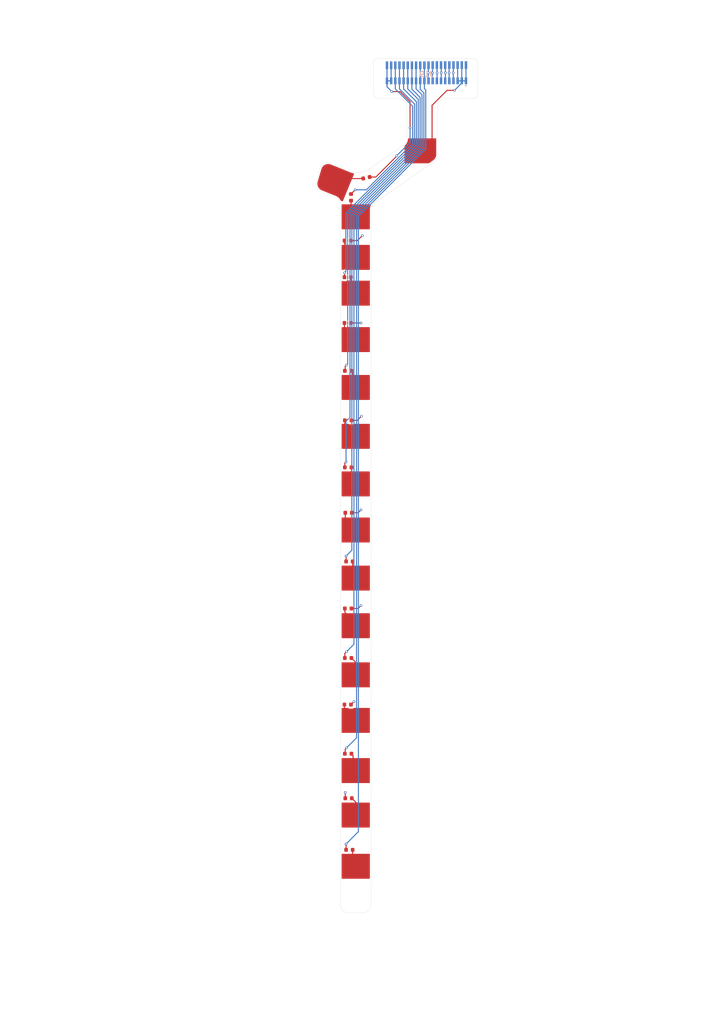
<source format=kicad_pcb>
(kicad_pcb
	(version 20240108)
	(generator "pcbnew")
	(generator_version "8.0")
	(general
		(thickness 1.6)
		(legacy_teardrops no)
	)
	(paper "A3")
	(layers
		(0 "F.Cu" signal)
		(1 "In1.Cu" signal)
		(2 "In2.Cu" signal)
		(31 "B.Cu" signal)
		(32 "B.Adhes" user "B.Adhesive")
		(33 "F.Adhes" user "F.Adhesive")
		(34 "B.Paste" user)
		(35 "F.Paste" user)
		(36 "B.SilkS" user "B.Silkscreen")
		(37 "F.SilkS" user "F.Silkscreen")
		(38 "B.Mask" user)
		(39 "F.Mask" user)
		(40 "Dwgs.User" user "User.Drawings")
		(41 "Cmts.User" user "User.Comments")
		(42 "Eco1.User" user "User.Eco1")
		(43 "Eco2.User" user "User.Eco2")
		(44 "Edge.Cuts" user)
		(45 "Margin" user)
		(46 "B.CrtYd" user "B.Courtyard")
		(47 "F.CrtYd" user "F.Courtyard")
		(48 "B.Fab" user)
		(49 "F.Fab" user)
		(50 "User.1" user)
		(51 "User.2" user)
		(52 "User.3" user)
		(53 "User.4" user)
		(54 "User.5" user)
		(55 "User.6" user)
		(56 "User.7" user)
		(57 "User.8" user)
		(58 "User.9" user)
	)
	(setup
		(stackup
			(layer "F.SilkS"
				(type "Top Silk Screen")
			)
			(layer "F.Paste"
				(type "Top Solder Paste")
			)
			(layer "F.Mask"
				(type "Top Solder Mask")
				(thickness 0.01)
			)
			(layer "F.Cu"
				(type "copper")
				(thickness 0.035)
			)
			(layer "dielectric 1"
				(type "prepreg")
				(thickness 0.1)
				(material "FR4")
				(epsilon_r 4.5)
				(loss_tangent 0.02)
			)
			(layer "In1.Cu"
				(type "copper")
				(thickness 0.035)
			)
			(layer "dielectric 2"
				(type "core")
				(thickness 1.24)
				(material "FR4")
				(epsilon_r 4.5)
				(loss_tangent 0.02)
			)
			(layer "In2.Cu"
				(type "copper")
				(thickness 0.035)
			)
			(layer "dielectric 3"
				(type "prepreg")
				(thickness 0.1)
				(material "FR4")
				(epsilon_r 4.5)
				(loss_tangent 0.02)
			)
			(layer "B.Cu"
				(type "copper")
				(thickness 0.035)
			)
			(layer "B.Mask"
				(type "Bottom Solder Mask")
				(thickness 0.01)
			)
			(layer "B.Paste"
				(type "Bottom Solder Paste")
			)
			(layer "B.SilkS"
				(type "Bottom Silk Screen")
			)
			(copper_finish "None")
			(dielectric_constraints no)
		)
		(pad_to_mask_clearance 0)
		(allow_soldermask_bridges_in_footprints no)
		(pcbplotparams
			(layerselection 0x00010fc_ffffffff)
			(plot_on_all_layers_selection 0x0000000_00000000)
			(disableapertmacros no)
			(usegerberextensions no)
			(usegerberattributes yes)
			(usegerberadvancedattributes yes)
			(creategerberjobfile yes)
			(dashed_line_dash_ratio 12.000000)
			(dashed_line_gap_ratio 3.000000)
			(svgprecision 4)
			(plotframeref no)
			(viasonmask no)
			(mode 1)
			(useauxorigin no)
			(hpglpennumber 1)
			(hpglpenspeed 20)
			(hpglpendiameter 15.000000)
			(pdf_front_fp_property_popups yes)
			(pdf_back_fp_property_popups yes)
			(dxfpolygonmode yes)
			(dxfimperialunits yes)
			(dxfusepcbnewfont yes)
			(psnegative no)
			(psa4output no)
			(plotreference yes)
			(plotvalue yes)
			(plotfptext yes)
			(plotinvisibletext no)
			(sketchpadsonfab no)
			(subtractmaskfromsilk no)
			(outputformat 1)
			(mirror no)
			(drillshape 0)
			(scaleselection 1)
			(outputdirectory "gerber/")
		)
	)
	(net 0 "")
	(net 1 "/V1")
	(net 2 "/V2")
	(net 3 "/V3")
	(net 4 "/V4")
	(net 5 "/V5")
	(net 6 "/V6")
	(net 7 "/V7")
	(net 8 "/V8")
	(net 9 "/V9")
	(net 10 "/V10")
	(net 11 "/V11")
	(net 12 "/V12")
	(net 13 "/V13")
	(net 14 "/V14")
	(net 15 "/V15")
	(net 16 "/V16")
	(net 17 "VBUS")
	(net 18 "GND")
	(net 19 "Net-(F12-Pad1)")
	(net 20 "Net-(F13-Pad1)")
	(net 21 "Net-(F14-Pad1)")
	(net 22 "Net-(F15-Pad1)")
	(net 23 "Net-(F4-Pad1)")
	(net 24 "Net-(F5-Pad1)")
	(net 25 "Net-(F6-Pad1)")
	(net 26 "Net-(F7-Pad1)")
	(net 27 "Net-(F8-Pad1)")
	(net 28 "Net-(F9-Pad1)")
	(net 29 "Net-(F10-Pad1)")
	(net 30 "Net-(F11-Pad1)")
	(net 31 "Net-(F1-Pad1)")
	(net 32 "Net-(F2-Pad1)")
	(net 33 "Net-(F3-Pad1)")
	(footprint "VTSENS:Baby_ST_Bond_Pad" (layer "F.Cu") (at 199.960111 187.514657 90))
	(footprint "Fuse:Fuse_0603_1608Metric" (layer "F.Cu") (at 198.083326 92.157356))
	(footprint "Fuse:Fuse_0603_1608Metric" (layer "F.Cu") (at 198.483326 160.457356))
	(footprint "Fuse:Fuse_0603_1608Metric" (layer "F.Cu") (at 198.183326 114.657356))
	(footprint "Fuse:Fuse_0603_1608Metric" (layer "F.Cu") (at 198.183326 126.557356 180))
	(footprint "VTSENS:Baby_ST_Bond_Pad" (layer "F.Cu") (at 199.933326 106.957356 90))
	(footprint "VTSENS:Baby_ST_Bond_Pad" (layer "F.Cu") (at 199.933326 221.707356 -90))
	(footprint "VTSENS:Baby_ST_Bond_Pad" (layer "F.Cu") (at 194.683326 69.057356 -22.5))
	(footprint "VTSENS:Baby_ST_Bond_Pad" (layer "F.Cu") (at 199.933326 87.207356 90))
	(footprint "Fuse:Fuse_0603_1608Metric" (layer "F.Cu") (at 198.083326 83.357356 180))
	(footprint "Fuse:Fuse_0603_1608Metric" (layer "F.Cu") (at 198.183326 206.657356))
	(footprint "VTSENS:Baby_ST_Bond_Pad" (layer "F.Cu") (at 199.933326 233.457356 -90))
	(footprint "VTSENS:Baby_ST_Bond_Pad" (layer "F.Cu") (at 199.933326 130.457356 -90))
	(footprint "VTSENS:Baby_ST_Bond_Pad" (layer "F.Cu") (at 199.933326 198.457356 90))
	(footprint "Fuse:Fuse_0603_1608Metric" (layer "F.Cu") (at 198.183326 183.657356))
	(footprint "VTSENS:Baby_ST_Bond_Pad" (layer "F.Cu") (at 199.933326 152.957356 -90))
	(footprint "VTSENS:Baby_ST_Bond_Pad" (layer "F.Cu") (at 199.933326 118.457356 90))
	(footprint "Fuse:Fuse_0603_1608Metric" (layer "F.Cu") (at 198.083326 194.857356 180))
	(footprint "VTSENS:Baby_ST_Bond_Pad" (layer "F.Cu") (at 200.133326 95.800055 90))
	(footprint "Fuse:Fuse_0603_1608Metric" (layer "F.Cu") (at 198.883326 72.957356 -90))
	(footprint "VTSENS:Baby_ST_Bond_Pad" (layer "F.Cu") (at 200.183326 77.957356 90))
	(footprint "VTSENS:Baby_ST_Bond_Pad" (layer "F.Cu") (at 215.983326 61.857356 90))
	(footprint "VTSENS:Baby_ST_Bond_Pad" (layer "F.Cu") (at 199.960111 210.457356 90))
	(footprint "Fuse:Fuse_0603_1608Metric" (layer "F.Cu") (at 198.183326 171.757356 180))
	(footprint "Fuse:Fuse_0603_1608Metric" (layer "F.Cu") (at 198.283326 148.757356 180))
	(footprint "VTSENS:Baby_ST_Bond_Pad" (layer "F.Cu") (at 199.933326 175.707356 -90))
	(footprint "Fuse:Fuse_0603_1608Metric" (layer "F.Cu") (at 202.583326 68.257356 -167.5))
	(footprint "Fuse:Fuse_0603_1608Metric" (layer "F.Cu") (at 198.483326 229.757356))
	(footprint "Fuse:Fuse_0603_1608Metric" (layer "F.Cu") (at 198.283326 217.357356))
	(footprint "Fuse:Fuse_0603_1608Metric" (layer "F.Cu") (at 198.183326 137.857356))
	(footprint "VTSENS:Baby_ST_Bond_Pad" (layer "F.Cu") (at 199.960111 164.264657 90))
	(footprint "VTSENS:Baby_ST_Bond_Pad" (layer "F.Cu") (at 199.933326 141.457356 90))
	(footprint "Fuse:Fuse_0603_1608Metric" (layer "F.Cu") (at 198.083326 103.157356 180))
	(footprint "FPC:526102072" (layer "B.Cu") (at 217.033326 44.157356 180))
	(gr_line
		(start 205.283326 39.65741)
		(end 228.383326 39.65741)
		(stroke
			(width 0.05)
			(type default)
		)
		(layer "Edge.Cuts")
		(uuid "02e9634f-9d7e-4eda-abb0-2a55cc0861b2")
	)
	(gr_arc
		(start 228.376181 39.659121)
		(mid 229.089079 39.955457)
		(end 229.381598 40.669897)
		(stroke
			(width 0.05)
			(type default)
		)
		(layer "Edge.Cuts")
		(uuid "0caed477-0e24-40ec-af5f-18f925d478dc")
	)
	(gr_arc
		(start 191.464172 66.091216)
		(mid 192.51028 64.856213)
		(end 194.127807 64.79983)
		(stroke
			(width 0.05)
			(type default)
		)
		(layer "Edge.Cuts")
		(uuid "12138169-cb5d-4b88-9fa5-0be5e2a95e0b")
	)
	(gr_line
		(start 198.823247 66.684586)
		(end 194.127803 64.799841)
		(stroke
			(width 0.05)
			(type default)
		)
		(layer "Edge.Cuts")
		(uuid "131227f9-f11b-4883-9901-2fe9209abf31")
	)
	(gr_arc
		(start 219.686732 51.20763)
		(mid 220.272484 49.793385)
		(end 221.686732 49.20763)
		(stroke
			(width 0.05)
			(type default)
		)
		(layer "Edge.Cuts")
		(uuid "18417b74-4de7-48f1-b1eb-611b84f42ee4")
	)
	(gr_arc
		(start 212.286732 58.814299)
		(mid 212.060778 59.737809)
		(end 211.433885 60.452604)
		(stroke
			(width 0.05)
			(type default)
		)
		(layer "Edge.Cuts")
		(uuid "1bb0d86b-0cb6-4d03-81eb-77464c457f96")
	)
	(gr_arc
		(start 198.313267 244.89237)
		(mid 196.899059 244.306578)
		(end 196.313267 242.89237)
		(stroke
			(width 0.05)
			(type default)
		)
		(layer "Edge.Cuts")
		(uuid "21b31bb5-444f-4df8-baac-1e62aafe1741")
	)
	(gr_arc
		(start 195.058276 72.894164)
		(mid 195.970077 73.629963)
		(end 196.313267 74.750232)
		(stroke
			(width 0.05)
			(type default)
		)
		(layer "Edge.Cuts")
		(uuid "27974342-61b8-4cbb-8fe0-1dbec2c6f103")
	)
	(gr_line
		(start 196.313267 242.89237)
		(end 196.313267 74.750232)
		(stroke
			(width 0.05)
			(type default)
		)
		(layer "Edge.Cuts")
		(uuid "2e51f999-b9eb-4614-8e35-347cc2cd702c")
	)
	(gr_line
		(start 203.713267 75.933499)
		(end 203.713267 242.89237)
		(stroke
			(width 0.05)
			(type default)
		)
		(layer "Edge.Cuts")
		(uuid "344bd8cb-3952-466c-be26-4b6aef825993")
	)
	(gr_line
		(start 221.681146 49.207281)
		(end 228.331146 49.207281)
		(stroke
			(width 0.05)
			(type default)
		)
		(layer "Edge.Cuts")
		(uuid "3790c215-6c08-4217-8d6c-52a25cfc87f6")
	)
	(gr_line
		(start 218.833885 64.3048)
		(end 204.566114 74.2952)
		(stroke
			(width 0.05)
			(type default)
		)
		(layer "Edge.Cuts")
		(uuid "5597e23d-56eb-4aab-8846-6c462bb5b922")
	)
	(gr_line
		(start 219.686732 51.20763)
		(end 219.686732 62.666499)
		(stroke
			(width 0.05)
			(type default)
		)
		(layer "Edge.Cuts")
		(uuid "61e8720f-be4b-4823-8bea-1969bf90006b")
	)
	(gr_line
		(start 201.713267 244.89237)
		(end 198.313267 244.89237)
		(stroke
			(width 0.05)
			(type default)
		)
		(layer "Edge.Cuts")
		(uuid "633cdd06-2782-46ab-ae12-8d5aad3df6eb")
	)
	(gr_line
		(start 195.058274 72.89417)
		(end 191.740004 71.562246)
		(stroke
			(width 0.05)
			(type default)
		)
		(layer "Edge.Cuts")
		(uuid "68abdb13-273c-4e40-a416-3f5106eaab55")
	)
	(gr_arc
		(start 203.713267 242.89237)
		(mid 203.127462 244.306565)
		(end 201.713267 244.89237)
		(stroke
			(width 0.05)
			(type default)
		)
		(layer "Edge.Cuts")
		(uuid "6d445fa9-044c-43d9-8ba9-c607c7536adb")
	)
	(gr_arc
		(start 203.713267 75.933499)
		(mid 203.939262 75.010013)
		(end 204.566114 74.2952)
		(stroke
			(width 0.05)
			(type default)
		)
		(layer "Edge.Cuts")
		(uuid "785bded6-5a94-4bbc-ae22-03a470529c15")
	)
	(gr_arc
		(start 205.29041 49.150258)
		(mid 204.583315 48.857361)
		(end 204.290437 48.150258)
		(stroke
			(width 0.05)
			(type default)
		)
		(layer "Edge.Cuts")
		(uuid "7ac5cab3-5a94-421d-a08e-578ff2fa42d3")
	)
	(gr_arc
		(start 191.740004 71.562246)
		(mid 190.685358 70.578695)
		(end 190.566395 69.141511)
		(stroke
			(width 0.05)
			(type default)
		)
		(layer "Edge.Cuts")
		(uuid "8a63313d-d2fc-4704-944d-0a07e27ef6f7")
	)
	(gr_line
		(start 212.286732 58.814299)
		(end 212.286732 51.20763)
		(stroke
			(width 0.05)
			(type default)
		)
		(layer "Edge.Cuts")
		(uuid "8d3e7936-3f42-4d6f-a2a6-621dd43c8d70")
	)
	(gr_arc
		(start 219.686732 62.666499)
		(mid 219.460732 63.589981)
		(end 218.833885 64.3048)
		(stroke
			(width 0.05)
			(type default)
		)
		(layer "Edge.Cuts")
		(uuid "8f82aebf-2ffa-41b0-95da-4e69b5cdbc78")
	)
	(gr_arc
		(start 210.286732 49.20763)
		(mid 211.700899 49.793463)
		(end 212.286732 51.20763)
		(stroke
			(width 0.05)
			(type default)
		)
		(layer "Edge.Cuts")
		(uuid "947ab442-c71f-46e6-8223-b2efc66f8201")
	)
	(gr_arc
		(start 229.383951 48.157349)
		(mid 229.075387 48.900748)
		(end 228.331146 49.207281)
		(stroke
			(width 0.05)
			(type default)
		)
		(layer "Edge.Cuts")
		(uuid "9a929a81-417f-4358-9b91-eeb8db656be5")
	)
	(gr_line
		(start 210.286732 49.20763)
		(end 205.29041 49.150258)
		(stroke
			(width 0.05)
			(type default)
		)
		(layer "Edge.Cuts")
		(uuid "bfcdfeff-f12c-484f-9067-0cddabc13356")
	)
	(gr_arc
		(start 203.263526 66.173549)
		(mid 201.108124 66.991554)
		(end 198.823247 66.684586)
		(stroke
			(width 0.05)
			(type default)
		)
		(layer "Edge.Cuts")
		(uuid "cc80e9e8-7099-4a85-8aed-0b7ea98e9bab")
	)
	(gr_line
		(start 204.290437 48.150258)
		(end 204.290502 40.65741)
		(stroke
			(width 0.05)
			(type default)
		)
		(layer "Edge.Cuts")
		(uuid "d55d335b-cfbf-4b32-9b24-574c0fb70c85")
	)
	(gr_arc
		(start 204.290502 40.65741)
		(mid 204.580855 39.95283)
		(end 205.283326 39.65741)
		(stroke
			(width 0.05)
			(type default)
		)
		(layer "Edge.Cuts")
		(uuid "de693e69-37ff-4958-9f04-48e10960bac0")
	)
	(gr_line
		(start 190.566395 69.141511)
		(end 191.464172 66.091216)
		(stroke
			(width 0.05)
			(type default)
		)
		(layer "Edge.Cuts")
		(uuid "e1787e6c-adfb-44c0-b1d5-d25ddc507c98")
	)
	(gr_line
		(start 229.383326 40.661029)
		(end 229.383326 48.157356)
		(stroke
			(width 0.05)
			(type default)
		)
		(layer "Edge.Cuts")
		(uuid "e48fe7b4-908a-46dc-8b3f-94709e769677")
	)
	(gr_line
		(start 203.263526 66.173549)
		(end 211.433885 60.452604)
		(stroke
			(width 0.05)
			(type default)
		)
		(layer "Edge.Cuts")
		(uuid "ff83b0a3-8803-419b-8bd4-fc888c289ba5")
	)
	(gr_curve
		(pts
			(xy 252.531409 236.420838) (xy 252.531684 236.420257) (xy 252.531958 236.419677) (xy 252.532348 236.418325)
		)
		(locked yes)
		(stroke
			(width 0.1)
			(type default)
		)
		(layer "User.2")
		(uuid "00009bff-2b67-4a9f-9429-a1ab792ce7ca")
	)
	(gr_curve
		(pts
			(xy 264.23124 107.926942) (xy 264.244176 107.919503) (xy 264.26491 107.90758) (xy 264.26491 107.90758)
		)
		(locked yes)
		(stroke
			(width 0.1)
			(type default)
		)
		(layer "User.2")
		(uuid "00019bae-e99a-40e3-83f7-926cd4924a0e")
	)
	(gr_line
		(start 246.099016 98.956728)
		(end 246.111058 99.0096)
		(locked yes)
		(stroke
			(width 0.1)
			(type default)
		)
		(layer "User.2")
		(uuid "0003e7b8-c2f7-4379-a378-3535ed705648")
	)
	(gr_curve
		(pts
			(xy 186.039369 110.618633) (xy 186.048583 110.624369) (xy 186.058502 110.628522) (xy 186.068569 110.630858)
		)
		(locked yes)
		(stroke
			(width 0.1)
			(type default)
		)
		(layer "User.2")
		(uuid "00047705-ff1a-479b-8b9a-150e55dd1d89")
	)
	(gr_line
		(start 148.927855 169.780551)
		(end 148.927856 169.780552)
		(locked yes)
		(stroke
			(width 0.1)
			(type default)
		)
		(layer "User.2")
		(uuid "000641b3-3751-454e-be0d-e664fa02e4d5")
	)
	(gr_line
		(start 272.461592 201.93287)
		(end 272.551793 201.985153)
		(locked yes)
		(stroke
			(width 0.1)
			(type default)
		)
		(layer "User.2")
		(uuid "000766f6-9531-4c40-8358-87e8ea4ae622")
	)
	(gr_curve
		(pts
			(xy 166.380842 91.789329) (xy 166.397173 91.83418) (xy 166.437417 91.870326) (xy 166.491845 91.885655)
		)
		(locked yes)
		(stroke
			(width 0.1)
			(type default)
		)
		(layer "User.2")
		(uuid "00077717-591f-4dd1-9759-cac2b89a8fd5")
	)
	(gr_curve
		(pts
			(xy 147.067673 79.763351) (xy 147.060454 79.724734) (xy 147.05213 79.683419) (xy 147.042616 79.639016)
		)
		(locked yes)
		(stroke
			(width 0.1)
			(type default)
		)
		(layer "User.2")
		(uuid "00092ce9-59f9-4671-83b5-87e828cb2ded")
	)
	(gr_curve
		(pts
			(xy 195.113094 107.916891) (xy 195.104087 107.912809) (xy 195.09508 107.908726) (xy 195.084443 107.903915)
		)
		(locked yes)
		(stroke
			(width 0.1)
			(type default)
		)
		(layer "User.2")
		(uuid "000ce51e-9afd-4470-8a3b-3388eed75118")
	)
	(gr_curve
		(pts
			(xy 172.132564 140.915226) (xy 172.112779 140.871696) (xy 172.092488 140.824597) (xy 172.072753 140.776294)
		)
		(locked yes)
		(stroke
			(width 0.1)
			(type default)
		)
		(layer "User.2")
		(uuid "000daad1-354b-4a01-81ec-4050b799c77d")
	)
	(gr_line
		(start 166.899867 98.824783)
		(end 166.899778 98.824569)
		(locked yes)
		(stroke
			(width 0.1)
			(type default)
		)
		(layer "User.2")
		(uuid "001073e5-de51-46b3-9767-0d47ec2bbeae")
	)
	(gr_curve
		(pts
			(xy 188.533138 124.103335) (xy 188.5294 124.112468) (xy 188.52748 124.122148) (xy 188.527484 124.13183)
		)
		(locked yes)
		(stroke
			(width 0.1)
			(type default)
		)
		(layer "User.2")
		(uuid "0010a4c4-862d-42a8-adab-558e1209c8c4")
	)
	(gr_curve
		(pts
			(xy 234.421956 107.843007) (xy 234.438621 107.829452) (xy 234.455227 107.815739) (xy 234.470819 107.801661)
		)
		(locked yes)
		(stroke
			(width 0.1)
			(type default)
		)
		(layer "User.2")
		(uuid "001115d4-3e9c-4bf3-95c1-756a7dfbcc98")
	)
	(gr_curve
		(pts
			(xy 132.108097 67.2425) (xy 132.10936 67.230863) (xy 132.110523 67.219881) (xy 132.111581 67.209626)
		)
		(locked yes)
		(stroke
			(width 0.1)
			(type default)
		)
		(layer "User.2")
		(uuid "00112601-d4f1-4ed7-923b-680ab7214d21")
	)
	(gr_curve
		(pts
			(xy 163.484948 148.650409) (xy 163.899419 149.789159) (xy 163.899419 149.789159) (xy 163.899419 149.789159)
		)
		(locked yes)
		(stroke
			(width 0.1)
			(type default)
		)
		(layer "User.2")
		(uuid "0011bb6b-13fb-4362-adb4-90a55ab0a909")
	)
	(gr_curve
		(pts
			(xy 145.531664 165.209673) (xy 145.592572 165.377016) (xy 145.65348 165.544359) (xy 145.714387 165.711702)
		)
		(locked yes)
		(stroke
			(width 0.1)
			(type default)
		)
		(layer "User.2")
		(uuid "00121ed2-7c9d-4fc0-9cbb-42b0f6e4d54c")
	)
	(gr_curve
		(pts
			(xy 173.652756 98.862929) (xy 173.642607 98.860792) (xy 173.632125 98.860248) (xy 173.62181 98.861322)
		)
		(locked yes)
		(stroke
			(width 0.1)
			(type default)
		)
		(layer "User.2")
		(uuid "0012b10f-6d36-4aed-a691-02d1701c9f73")
	)
	(gr_curve
		(pts
			(xy 193.229714 201.937092) (xy 193.230915 201.931682) (xy 193.232245 201.925851) (xy 193.233576 201.920021)
		)
		(locked yes)
		(stroke
			(width 0.1)
			(type default)
		)
		(layer "User.2")
		(uuid "00176287-7a4e-4177-9d80-8adb91d4a8b9")
	)
	(gr_curve
		(pts
			(xy 246.006998 121.796697) (xy 246.016005 121.777599) (xy 246.024522 121.757649) (xy 246.033037 121.737695)
		)
		(locked yes)
		(stroke
			(width 0.1)
			(type default)
		)
		(layer "User.2")
		(uuid "00198822-4a01-47ed-b58c-167091eb6658")
	)
	(gr_curve
		(pts
			(xy 168.676323 181.264237) (xy 168.675886 181.342897) (xy 168.67545 181.421557) (xy 168.674993 181.500359)
		)
		(locked yes)
		(stroke
			(width 0.1)
			(type default)
		)
		(layer "User.2")
		(uuid "001b8e2b-c086-4d49-bd88-4ea980998d7f")
	)
	(gr_curve
		(pts
			(xy 208.33355 90.429797) (xy 208.327098 90.438537) (xy 208.319102 90.446309) (xy 208.310174 90.452518)
		)
		(locked yes)
		(stroke
			(width 0.1)
			(type default)
		)
		(layer "User.2")
		(uuid "001d20e6-19a7-4592-8b6b-dc795dfbd635")
	)
	(gr_curve
		(pts
			(xy 184.647685 85.141502) (xy 184.641618 85.149285) (xy 184.636931 85.15837) (xy 184.633887 85.168245)
		)
		(locked yes)
		(stroke
			(width 0.1)
			(type default)
		)
		(layer "User.2")
		(uuid "001d2de4-4380-44d1-8b79-6078c9ca10b2")
	)
	(gr_curve
		(pts
			(xy 128.979548 204.589908) (xy 128.97268 204.597396) (xy 128.967282 204.605855) (xy 128.963649 204.614823)
		)
		(locked yes)
		(stroke
			(width 0.1)
			(type default)
		)
		(layer "User.2")
		(uuid "001db3bf-6415-47a9-9a90-221944a55c89")
	)
	(gr_circle
		(center 199.829889 56.700274)
		(end 202.979889 56.700274)
		(locked yes)
		(stroke
			(width 0.1)
			(type default)
		)
		(fill none)
		(layer "User.2")
		(uuid "001dcb3f-ef2b-4990-8509-75bcb2ed1932")
	)
	(gr_line
		(start 144.692349 176.897313)
		(end 144.584631 176.959259)
		(locked yes)
		(stroke
			(width 0.1)
			(type default)
		)
		(layer "User.2")
		(uuid "001e69ad-2616-4114-be7f-556f50773681")
	)
	(gr_curve
		(pts
			(xy 133.988723 70.906102) (xy 134.022681 70.877608) (xy 134.059217 70.846951) (xy 134.097414 70.8149)
		)
		(locked yes)
		(stroke
			(width 0.1)
			(type default)
		)
		(layer "User.2")
		(uuid "001f3030-a910-47e2-8664-dbaef9a1328a")
	)
	(gr_curve
		(pts
			(xy 191.453259 170.522665) (xy 191.450065 170.512736) (xy 191.448437 170.502305) (xy 191.448455 170.491875)
		)
		(locked yes)
		(stroke
			(width 0.1)
			(type default)
		)
		(layer "User.2")
		(uuid "001ff002-97c2-4106-847e-92e9b8a6e0b3")
	)
	(gr_curve
		(pts
			(xy 228.165453 147.251738) (xy 228.165015 147.327229) (xy 228.164559 147.402851) (xy 228.164103 147.478474)
		)
		(locked yes)
		(stroke
			(width 0.1)
			(type default)
		)
		(layer "User.2")
		(uuid "0021e2c9-bfec-4549-bad1-f3a8620e2420")
	)
	(gr_curve
		(pts
			(xy 231.146097 124.869339) (xy 231.126715 124.872805) (xy 231.106836 124.878137) (xy 231.086755 124.88455)
		)
		(locked yes)
		(stroke
			(width 0.1)
			(type default)
		)
		(layer "User.2")
		(uuid "00234422-ab28-4639-ba6d-133e51f8c022")
	)
	(gr_curve
		(pts
			(xy 211.081807 204.699432) (xy 211.081609 204.623809) (xy 211.081411 204.548186) (xy 211.081231 204.472693)
		)
		(locked yes)
		(stroke
			(width 0.1)
			(type default)
		)
		(layer "User.2")
		(uuid "00239c1a-f5f7-4a3b-80c2-554212ee4105")
	)
	(gr_line
		(start 252.531352 236.420889)
		(end 252.531409 236.420838)
		(locked yes)
		(stroke
			(width 0.1)
			(type default)
		)
		(layer "User.2")
		(uuid "00241cba-0713-418c-89ee-b344b8b57188")
	)
	(gr_curve
		(pts
			(xy 273.962735 222.351882) (xy 273.958484 222.342375) (xy 273.955723 222.332209) (xy 273.954582 222.321871)
		)
		(locked yes)
		(stroke
			(width 0.1)
			(type default)
		)
		(layer "User.2")
		(uuid "0027423e-7fa2-4330-9695-6e74fc5f17d6")
	)
	(gr_curve
		(pts
			(xy 191.310448 238.582943) (xy 191.303418 238.575369) (xy 191.294884 238.568827) (xy 191.285326 238.563683)
		)
		(locked yes)
		(stroke
			(width 0.1)
			(type default)
		)
		(layer "User.2")
		(uuid "002a9036-1f17-480b-9dd5-6b2035689de1")
	)
	(gr_curve
		(pts
			(xy 125.397557 128.444366) (xy 125.251483 128.043031) (xy 125.105409 127.641696) (xy 124.959335 127.240361)
		)
		(locked yes)
		(stroke
			(width 0.1)
			(type default)
		)
		(layer "User.2")
		(uuid "002c6d28-a550-40b6-9a3e-f577febc5898")
	)
	(gr_curve
		(pts
			(xy 128.919107 227.542698) (xy 128.91937 227.388218) (xy 128.919633 227.234133) (xy 128.919895 227.080352)
		)
		(locked yes)
		(stroke
			(width 0.1)
			(type default)
		)
		(layer "User.2")
		(uuid "002c8522-975c-4fa8-aff7-05d7aae33a51")
	)
	(gr_curve
		(pts
			(xy 250.932847 113.401785) (xy 250.926752 113.393321) (xy 250.921993 113.383897) (xy 250.918799 113.373968)
		)
		(locked yes)
		(stroke
			(width 0.1)
			(type default)
		)
		(layer "User.2")
		(uuid "002d29ee-0dd2-4602-a730-c39d8371ec02")
	)
	(gr_curve
		(pts
			(xy 148.605111 103.491996) (xy 148.52921 103.283462) (xy 148.45331 103.074928) (xy 148.37741 102.866395)
		)
		(locked yes)
		(stroke
			(width 0.1)
			(type default)
		)
		(layer "User.2")
		(uuid "002d88e7-2ea7-4e7c-923e-b9ee16a864e0")
	)
	(gr_curve
		(pts
			(xy 186.053045 171.039083) (xy 185.996862 171.024389) (xy 185.95661 170.988231) (xy 185.940284 170.943365)
		)
		(locked yes)
		(stroke
			(width 0.1)
			(type default)
		)
		(layer "User.2")
		(uuid "002f5722-df39-48ba-8448-fb9eb9a0dce3")
	)
	(gr_curve
		(pts
			(xy 173.520286 190.399436) (xy 173.52635 190.388973) (xy 173.532913 190.377651) (xy 173.539477 190.366326)
		)
		(locked yes)
		(stroke
			(width 0.1)
			(type default)
		)
		(layer "User.2")
		(uuid "002fcb64-09d2-460a-aac2-b6f09a8020d8")
	)
	(gr_circle
		(center 249.409843 118.050274)
		(end 259.909843 118.050274)
		(locked yes)
		(stroke
			(width 0.1)
			(type default)
		)
		(fill none)
		(layer "User.2")
		(uuid "00369d7f-0bd1-48fa-b358-c4e862161357")
	)
	(gr_line
		(start 224.798757 84.806444)
		(end 224.798773 84.80652)
		(locked yes)
		(stroke
			(width 0.1)
			(type default)
		)
		(layer "User.2")
		(uuid "00379668-1d43-4c72-bf1c-692c9375564c")
	)
	(gr_curve
		(pts
			(xy 168.711845 161.757944) (xy 168.75498 161.742244) (xy 168.778899 161.733538) (xy 168.778905 161.733536)
		)
		(locked yes)
		(stroke
			(width 0.1)
			(type default)
		)
		(layer "User.2")
		(uuid "003b2a46-32ec-47ed-ac1b-10ba68005289")
	)
	(gr_curve
		(pts
			(xy 148.544783 81.383831) (xy 148.546245 81.383504) (xy 148.572269 81.376518) (xy 148.617578 81.364281)
		)
		(locked yes)
		(stroke
			(width 0.1)
			(type default)
		)
		(layer "User.2")
		(uuid "003b614f-72b6-4358-a416-b7778f8b13e2")
	)
	(gr_curve
		(pts
			(xy 225.970693 202.059923) (xy 225.836778 202.136935) (xy 225.703205 202.21375) (xy 225.569895 202.290414)
		)
		(locked yes)
		(stroke
			(width 0.1)
			(type default)
		)
		(layer "User.2")
		(uuid "003dc29d-f15f-49cc-adb5-a124c4661299")
	)
	(gr_curve
		(pts
			(xy 247.820255 226.970472) (xy 247.819059 226.993217) (xy 247.817937 227.015953) (xy 247.816708 227.037962)
		)
		(locked yes)
		(stroke
			(width 0.1)
			(type default)
		)
		(layer "User.2")
		(uuid "00402e2c-3a67-40bb-bfad-8c798adef18b")
	)
	(gr_curve
		(pts
			(xy 274.188842 84.922071) (xy 274.187702 84.911733) (xy 274.188183 84.901227) (xy 274.190259 84.891061)
		)
		(locked yes)
		(stroke
			(width 0.1)
			(type default)
		)
		(layer "User.2")
		(uuid "0040a87e-309a-4000-b684-9516b084b86b")
	)
	(gr_curve
		(pts
			(xy 194.949914 107.687005) (xy 194.948774 107.676668) (xy 194.949254 107.666162) (xy 194.95133 107.655995)
		)
		(locked yes)
		(stroke
			(width 0.1)
			(type default)
		)
		(layer "User.2")
		(uuid "00426dde-375d-43b8-99d8-a6ea389d29e6")
	)
	(gr_curve
		(pts
			(xy 124.907386 211.037391) (xy 124.980898 210.995116) (xy 125.022968 210.970923) (xy 125.022968 210.970923)
		)
		(locked yes)
		(stroke
			(width 0.1)
			(type default)
		)
		(layer "User.2")
		(uuid "004366d3-482e-4d89-9c1a-22c90f92d353")
	)
	(gr_curve
		(pts
			(xy 215.327722 73.743794) (xy 215.321682 73.73599) (xy 215.314259 73.729487) (xy 215.305872 73.72465)
		)
		(locked yes)
		(stroke
			(width 0.1)
			(type default)
		)
		(layer "User.2")
		(uuid "00454525-b814-4168-8785-de358557c22d")
	)
	(gr_curve
		(pts
			(xy 165.283307 141.968633) (xy 165.286429 141.971466) (xy 165.289912 141.974619) (xy 165.293645 141.978041)
		)
		(locked yes)
		(stroke
			(width 0.1)
			(type default)
		)
		(layer "User.2")
		(uuid "0047721b-f0d6-4a5f-8d5c-e867ef861306")
	)
	(gr_line
		(start 208.050412 227.865093)
		(end 208.050278 227.865166)
		(locked yes)
		(stroke
			(width 0.1)
			(type default)
		)
		(layer "User.2")
		(uuid "00492e51-1e68-4b4e-b28c-ba102b77c1f4")
	)
	(gr_curve
		(pts
			(xy 267.550729 216.480913) (xy 267.550721 216.480922) (xy 267.550714 216.480932) (xy 267.550707 216.480942)
		)
		(locked yes)
		(stroke
			(width 0.1)
			(type default)
		)
		(layer "User.2")
		(uuid "004c1ffa-0644-483a-ad9f-9bd4a94507b9")
	)
	(gr_curve
		(pts
			(xy 151.906551 147.583258) (xy 151.912638 147.591654) (xy 151.920042 147.599094) (xy 151.928408 147.605222)
		)
		(locked yes)
		(stroke
			(width 0.1)
			(type default)
		)
		(layer "User.2")
		(uuid "004dffca-f117-4506-8ed1-16ac4821a982")
	)
	(gr_curve
		(pts
			(xy 188.566753 101.100092) (xy 188.566778 101.085393) (xy 188.566804 101.070347) (xy 188.566804 101.070347)
		)
		(locked yes)
		(stroke
			(width 0.1)
			(type default)
		)
		(layer "User.2")
		(uuid "00511cc0-12b1-49ac-9f93-6d99efa60355")
	)
	(gr_arc
		(start 247.859299 204.070507)
		(mid 249.259586 203.903758)
		(end 250.659294 204.07528)
		(locked yes)
		(stroke
			(width 0.1)
			(type default)
		)
		(layer "User.2")
		(uuid "005267c0-4a1e-4c95-9e7a-323f6146a4a9")
	)
	(gr_curve
		(pts
			(xy 214.414308 210.859045) (xy 214.430973 210.84549) (xy 214.447579 210.831777) (xy 214.463171 210.817699)
		)
		(locked yes)
		(stroke
			(width 0.1)
			(type default)
		)
		(layer "User.2")
		(uuid "0053cda4-9b69-4402-a5c9-188eae272d5b")
	)
	(gr_curve
		(pts
			(xy 208.202577 181.849888) (xy 208.198944 181.858856) (xy 208.197078 181.868331) (xy 208.19708 181.877796)
		)
		(locked yes)
		(stroke
			(width 0.1)
			(type default)
		)
		(layer "User.2")
		(uuid "00557eac-7951-484f-bf1c-85b295c243ca")
	)
	(gr_curve
		(pts
			(xy 204.940662 96.283553) (xy 204.944889 96.274083) (xy 204.94763 96.263951) (xy 204.948755 96.253642)
		)
		(locked yes)
		(stroke
			(width 0.1)
			(type default)
		)
		(layer "User.2")
		(uuid "00569870-3a96-4d05-ae47-f709fcb427bc")
	)
	(gr_line
		(start 214.550618 210.800379)
		(end 214.550362 210.80057)
		(locked yes)
		(stroke
			(width 0.1)
			(type default)
		)
		(layer "User.2")
		(uuid "00574acb-c5ac-4aff-a025-22afc93f111e")
	)
	(gr_line
		(start 253.741825 83.700274)
		(end 284.741825 83.700274)
		(locked yes)
		(stroke
			(width 0.1)
			(type default)
		)
		(layer "User.2")
		(uuid "0057c207-d1f0-477e-8f93-9f28d49dcedc")
	)
	(gr_line
		(start 205.801955 99.180702)
		(end 205.801956 99.180702)
		(locked yes)
		(stroke
			(width 0.1)
			(type default)
		)
		(layer "User.2")
		(uuid "0058b1e3-db7b-48b6-a5d8-a59de9dcfbe6")
	)
	(gr_curve
		(pts
			(xy 172.13269 118.015551) (xy 172.112876 117.971964) (xy 172.092559 117.92481) (xy 172.072801 117.876453)
		)
		(locked yes)
		(stroke
			(width 0.1)
			(type default)
		)
		(layer "User.2")
		(uuid "005b8b33-ba7a-41ab-8739-c37045f55f81")
	)
	(gr_curve
		(pts
			(xy 253.321524 190.954377) (xy 253.248157 190.911852) (xy 253.20617 190.887515) (xy 253.20617 190.887515)
		)
		(locked yes)
		(stroke
			(width 0.1)
			(type default)
		)
		(layer "User.2")
		(uuid "005d573a-2c30-49ec-8b40-888669460f97")
	)
	(gr_line
		(start 184.917053 222.245248)
		(end 184.917051 222.245245)
		(locked yes)
		(stroke
			(width 0.1)
			(type default)
		)
		(layer "User.2")
		(uuid "005fd8b8-d910-4702-b3d7-7d1bfad7727a")
	)
	(gr_curve
		(pts
			(xy 213.253175 190.517903) (xy 213.262621 190.524815) (xy 213.271551 190.531313) (xy 213.279903 190.537357)
		)
		(locked yes)
		(stroke
			(width 0.1)
			(type default)
		)
		(layer "User.2")
		(uuid "00648426-eb84-45b2-b71d-23f9473f1609")
	)
	(gr_line
		(start 168.776755 135.111309)
		(end 168.776544 135.235575)
		(locked yes)
		(stroke
			(width 0.1)
			(type default)
		)
		(layer "User.2")
		(uuid "0064884d-ebb0-4084-b7e9-4e4064ef2842")
	)
	(gr_curve
		(pts
			(xy 122.21501 147.944811) (xy 122.229764 147.985345) (xy 122.24553 148.028661) (xy 122.261944 148.073758)
		)
		(locked yes)
		(stroke
			(width 0.1)
			(type default)
		)
		(layer "User.2")
		(uuid "0064cd93-de48-466b-8306-acca51ecb7ab")
	)
	(gr_curve
		(pts
			(xy 193.185479 224.860783) (xy 193.186129 224.857907) (xy 193.18687 224.854512) (xy 193.187692 224.850716)
		)
		(locked yes)
		(stroke
			(width 0.1)
			(type default)
		)
		(layer "User.2")
		(uuid "006864ac-7907-4ea9-9af8-e359fa3cc453")
	)
	(gr_line
		(start 141.616755 62.179118)
		(end 142.116755 61.759556)
		(locked yes)
		(stroke
			(width 0.1)
			(type default)
		)
		(layer "User.2")
		(uuid "00698232-5fb3-4c10-b56f-2ada8caf608e")
	)
	(gr_arc
		(start 225.5363 156.464432)
		(mid 224.6703 155.322376)
		(end 224.118758 153.99948)
		(locked yes)
		(stroke
			(width 0.1)
			(type default)
		)
		(layer "User.2")
		(uuid "006a7ee2-6ac7-415a-be38-113601beb1c9")
	)
	(gr_curve
		(pts
			(xy 144.609829 162.676951) (xy 144.609835 162.676949) (xy 144.633754 162.668243) (xy 144.676889 162.652543)
		)
		(locked yes)
		(stroke
			(width 0.1)
			(type default)
		)
		(layer "User.2")
		(uuid "006e988a-bda2-430d-8afb-8b40213bbabe")
	)
	(gr_curve
		(pts
			(xy 204.339982 142.406054) (xy 204.473293 142.32939) (xy 204.606865 142.252576) (xy 204.74078 142.175564)
		)
		(locked yes)
		(stroke
			(width 0.1)
			(type default)
		)
		(layer "User.2")
		(uuid "006f1979-fe5b-41a6-ae6c-0c2fed931ea3")
	)
	(gr_curve
		(pts
			(xy 267.539098 239.337988) (xy 267.544082 239.345112) (xy 267.551352 239.354026) (xy 267.560384 239.364176)
		)
		(locked yes)
		(stroke
			(width 0.1)
			(type default)
		)
		(layer "User.2")
		(uuid "006fabc8-d18b-4676-b07d-ecfbf5238b06")
	)
	(gr_arc
		(start 234.17328 53.665466)
		(mid 234.905578 52.711749)
		(end 236.052393 52.350295)
		(locked yes)
		(stroke
			(width 0.1)
			(type default)
		)
		(layer "User.2")
		(uuid "0071d826-1f0e-464c-8d5d-356452f15e5c")
	)
	(gr_line
		(start 206.316753 144.729955)
		(end 206.402124 144.723274)
		(locked yes)
		(stroke
			(width 0.1)
			(type default)
		)
		(layer "User.2")
		(uuid "0071e877-0439-4e85-8aea-148e9ba21c96")
	)
	(gr_curve
		(pts
			(xy 194.866467 245.227558) (xy 194.860517 245.219928) (xy 194.853245 245.213574) (xy 194.845047 245.208843)
		)
		(locked yes)
		(stroke
			(width 0.1)
			(type default)
		)
		(layer "User.2")
		(uuid "0071ebb2-d707-462f-bed6-f3c6d67c9b7c")
	)
	(gr_curve
		(pts
			(xy 264.117952 153.771702) (xy 264.114868 153.781384) (xy 264.113359 153.791855) (xy 264.113507 153.802543)
		)
		(locked yes)
		(stroke
			(width 0.1)
			(type default)
		)
		(layer "User.2")
		(uuid "00730f46-4feb-47bf-a18b-6cc13cb38d91")
	)
	(gr_line
		(start 189.157113 153.369504)
		(end 189.244877 153.610633)
		(locked yes)
		(stroke
			(width 0.1)
			(type default)
		)
		(layer "User.2")
		(uuid "0073abbc-5df5-4f28-a8a2-bf4991fc6a7e")
	)
	(gr_curve
		(pts
			(xy 254.950091 188.502124) (xy 254.956159 188.491649) (xy 254.961728 188.482043) (xy 254.966374 188.474034)
		)
		(locked yes)
		(stroke
			(width 0.1)
			(type default)
		)
		(layer "User.2")
		(uuid "0074b6cf-8bc2-44ad-a867-a170317101b1")
	)
	(gr_arc
		(start 228.032744 238.386753)
		(mid 229.43303 238.220022)
		(end 230.83274 238.391527)
		(locked yes)
		(stroke
			(width 0.1)
			(type default)
		)
		(layer "User.2")
		(uuid "0075acdf-ad5e-4782-81eb-0ca9665b41a2")
	)
	(gr_curve
		(pts
			(xy 144.890515 121.160159) (xy 144.953452 121.333076) (xy 145.016389 121.505993) (xy 145.079326 121.67891)
		)
		(locked yes)
		(stroke
			(width 0.1)
			(type default)
		)
		(layer "User.2")
		(uuid "00763c2a-4bec-427f-9f0f-c803a1d4bde3")
	)
	(gr_curve
		(pts
			(xy 127.013268 88.545399) (xy 127.160882 88.950964) (xy 127.308496 89.356529) (xy 127.456109 89.762095)
		)
		(locked yes)
		(stroke
			(width 0.1)
			(type default)
		)
		(layer "User.2")
		(uuid "007c79bd-3158-4a63-a548-ba65ec4df34b")
	)
	(gr_arc
		(start 214.805783 118.124142)
		(mid 214.77879 118.634522)
		(end 214.69984 119.139482)
		(locked yes)
		(stroke
			(width 0.1)
			(type default)
		)
		(layer "User.2")
		(uuid "00826d6d-b6f1-4034-86cf-f124020f3ce4")
	)
	(gr_arc
		(start 149.463742 238.352633)
		(mid 150.565462 238.311848)
		(end 151.654208 238.485301)
		(locked yes)
		(stroke
			(width 0.1)
			(type default)
		)
		(layer "User.2")
		(uuid "008513f9-4611-4824-a116-ec235d00ad38")
	)
	(gr_curve
		(pts
			(xy 272.684298 110.477695) (xy 272.687908 110.485568) (xy 272.691132 110.490654) (xy 272.69404 110.492767)
		)
		(locked yes)
		(stroke
			(width 0.1)
			(type default)
		)
		(layer "User.2")
		(uuid "0086ab2b-37d3-4614-aaa0-04253d1d55b8")
	)
	(gr_line
		(start 127.037993 236.034981)
		(end 127.037992 236.034981)
		(locked yes)
		(stroke
			(width 0.1)
			(type default)
		)
		(layer "User.2")
		(uuid "0087fc8b-43d6-499e-8a5d-534f837a33dd")
	)
	(gr_curve
		(pts
			(xy 225.884933 224.88949) (xy 225.900874 224.877914) (xy 225.918074 224.865297) (xy 225.936105 224.85205)
		)
		(locked yes)
		(stroke
			(width 0.1)
			(type default)
		)
		(layer "User.2")
		(uuid "008a327e-67e8-4d68-bcee-3e3ee13ddcdc")
	)
	(gr_curve
		(pts
			(xy 250.78991 158.515018) (xy 250.780352 158.509874) (xy 250.769775 158.506131) (xy 250.758774 158.503999)
		)
		(locked yes)
		(stroke
			(width 0.1)
			(type default)
		)
		(layer "User.2")
		(uuid "008e6011-f095-4e09-8337-7d52628f24a6")
	)
	(gr_arc
		(start 153.583056 224.802119)
		(mid 150.253579 226.064213)
		(end 146.928445 224.790682)
		(locked yes)
		(stroke
			(width 0.1)
			(type default)
		)
		(layer "User.2")
		(uuid "008f69b1-e231-40fc-a41c-1b5215f98cf2")
	)
	(gr_curve
		(pts
			(xy 245.967955 144.696664) (xy 245.976962 144.677566) (xy 245.985479 144.657616) (xy 245.993993 144.637662)
		)
		(locked yes)
		(stroke
			(width 0.1)
			(type default)
		)
		(layer "User.2")
		(uuid "009179fe-f92e-4a93-81ad-599a3a10a89c")
	)
	(gr_line
		(start 232.833518 201.987537)
		(end 232.83352 201.987528)
		(locked yes)
		(stroke
			(width 0.1)
			(type default)
		)
		(layer "User.2")
		(uuid "0092053e-0dda-4431-944c-43da42c4bf59")
	)
	(gr_curve
		(pts
			(xy 272.449413 224.979483) (xy 272.466865 224.979514) (xy 272.484287 224.984214) (xy 272.499386 224.992965)
		)
		(locked yes)
		(stroke
			(width 0.1)
			(type default)
		)
		(layer "User.2")
		(uuid "00966453-8635-45d7-8e03-aae6acda7ba6")
	)
	(gr_curve
		(pts
			(xy 145.531664 119.409673) (xy 145.592572 119.577016) (xy 145.65348 119.744359) (xy 145.714387 119.911702)
		)
		(locked yes)
		(stroke
			(width 0.1)
			(type default)
		)
		(layer "User.2")
		(uuid "0096a0e9-16f4-4805-90a7-68ab9e18e20b")
	)
	(gr_curve
		(pts
			(xy 163.484948 102.850409) (xy 163.899419 103.989159) (xy 163.899419 103.989159) (xy 163.899419 103.989159)
		)
		(locked yes)
		(stroke
			(width 0.1)
			(type default)
		)
		(layer "User.2")
		(uuid "00970e4f-3a6c-403d-afe1-680bb8e2acb4")
	)
	(gr_curve
		(pts
			(xy 141.821396 227.227823) (xy 141.83781 227.27292) (xy 141.854873 227.319799) (xy 141.872166 227.367311)
		)
		(locked yes)
		(stroke
			(width 0.1)
			(type default)
		)
		(layer "User.2")
		(uuid "00988473-e330-4f99-9901-16874fec99a4")
	)
	(gr_curve
		(pts
			(xy 267.726892 147.847129) (xy 267.706905 147.840666) (xy 267.687111 147.835272) (xy 267.667804 147.831726)
		)
		(locked yes)
		(stroke
			(width 0.1)
			(type default)
		)
		(layer "User.2")
		(uuid "0098db86-e64a-45cf-9178-f2a9c1e445ed")
	)
	(gr_arc
		(start 153.622042 201.902204)
		(mid 153.653013 201.883455)
		(end 153.688628 201.876963)
		(locked yes)
		(stroke
			(width 0.1)
			(type default)
		)
		(layer "User.2")
		(uuid "00998481-0d84-42f1-bdf4-09b170f1d189")
	)
	(gr_curve
		(pts
			(xy 132.079059 95.326665) (xy 132.116652 95.409156) (xy 132.153735 95.482765) (xy 132.190978 95.549089)
		)
		(locked yes)
		(stroke
			(width 0.1)
			(type default)
		)
		(layer "User.2")
		(uuid "0099a84c-7909-4c0b-ba16-4fa55c2e127d")
	)
	(gr_curve
		(pts
			(xy 181.421396 158.527823) (xy 181.43781 158.57292) (xy 181.454873 158.619799) (xy 181.472166 158.667311)
		)
		(locked yes)
		(stroke
			(width 0.1)
			(type default)
		)
		(layer "User.2")
		(uuid "009da224-3946-4a69-b69b-460bffd053bd")
	)
	(gr_curve
		(pts
			(xy 136.398896 68.231024) (xy 136.196418 68.400923) (xy 135.99394 68.570822) (xy 135.791462 68.740721)
		)
		(locked yes)
		(stroke
			(width 0.1)
			(type default)
		)
		(layer "User.2")
		(uuid "00a4b130-06e8-45a3-adb9-4861c58a8a48")
	)
	(gr_curve
		(pts
			(xy 211.190411 158.910775) (xy 211.18108 158.905559) (xy 211.170737 158.90167) (xy 211.159945 158.899323)
		)
		(locked yes)
		(stroke
			(width 0.1)
			(type default)
		)
		(layer "User.2")
		(uuid "00a65d1c-68d1-4481-bbe9-a87463286a12")
	)
	(gr_curve
		(pts
			(xy 128.484771 182.726416) (xy 128.40887 182.517882) (xy 128.33297 182.309348) (xy 128.25707 182.100814)
		)
		(locked yes)
		(stroke
			(width 0.1)
			(type default)
		)
		(layer "User.2")
		(uuid "00a69a38-7606-4a05-91b3-379ca3cd67d9")
	)
	(gr_curve
		(pts
			(xy 247.993746 113.193528) (xy 247.995087 113.207053) (xy 247.996677 113.222985) (xy 247.998477 113.240154)
		)
		(locked yes)
		(stroke
			(width 0.1)
			(type default)
		)
		(layer "User.2")
		(uuid "00a7acc6-2790-4f74-af20-6627778a8085")
	)
	(gr_curve
		(pts
			(xy 214.701413 96.274209) (xy 214.711723 96.264892) (xy 214.722034 96.255575) (xy 214.728404 96.249646)
		)
		(locked yes)
		(stroke
			(width 0.1)
			(type default)
		)
		(layer "User.2")
		(uuid "00a81824-7fc1-4cf6-bb79-8e617eff931e")
	)
	(gr_line
		(start 168.616213 159.112836)
		(end 168.616444 159.112865)
		(locked yes)
		(stroke
			(width 0.1)
			(type default)
		)
		(layer "User.2")
		(uuid "00a85d32-c6fa-4271-926f-d23981065081")
	)
	(gr_curve
		(pts
			(xy 264.112419 199.602595) (xy 264.10171 199.60732) (xy 264.091618 199.611804) (xy 264.082207 199.616015)
		)
		(locked yes)
		(stroke
			(width 0.1)
			(type default)
		)
		(layer "User.2")
		(uuid "00a86ca5-8e38-4503-a44e-ad9f075f6de1")
	)
	(gr_curve
		(pts
			(xy 270.532377 238.63848) (xy 270.532232 238.72328) (xy 270.532149 238.77181) (xy 270.532149 238.77181)
		)
		(locked yes)
		(stroke
			(width 0.1)
			(type default)
		)
		(layer "User.2")
		(uuid "00a88285-927f-4e11-9232-1c2ac9dec13e")
	)
	(gr_arc
		(start 229.563367 161.774367)
		(mid 220.304201 152.483572)
		(end 229.594993 143.224404)
		(locked yes)
		(stroke
			(width 0.1)
			(type default)
		)
		(layer "User.2")
		(uuid "00ab9c61-4c45-47e9-8eeb-d47472ddb155")
	)
	(gr_curve
		(pts
			(xy 146.838132 201.770818) (xy 146.844771 201.782362) (xy 146.851407 201.793901) (xy 146.857523 201.804536)
		)
		(locked yes)
		(stroke
			(width 0.1)
			(type default)
		)
		(layer "User.2")
		(uuid "00af09db-70f3-4e3f-a59e-83b46c72f15e")
	)
	(gr_curve
		(pts
			(xy 224.649025 176.412961) (xy 224.651191 176.414962) (xy 224.653761 176.417301) (xy 224.656637 176.419911)
		)
		(locked yes)
		(stroke
			(width 0.1)
			(type default)
		)
		(layer "User.2")
		(uuid "00b0e0c2-7f5e-4ab0-9326-ee04f91b571e")
	)
	(gr_curve
		(pts
			(xy 151.153555 221.368606) (xy 151.20799 221.383937) (xy 151.276614 221.378446) (xy 151.338975 221.355748)
		)
		(locked yes)
		(stroke
			(width 0.1)
			(type default)
		)
		(layer "User.2")
		(uuid "00b1d6dc-0283-44a5-9db1-546956fda209")
	)
	(gr_arc
		(start 161.624846 147.515834)
		(mid 159.547263 139.124334)
		(end 164.305449 131.906767)
		(locked yes)
		(stroke
			(width 0.1)
			(type default)
		)
		(layer "User.2")
		(uuid "00b36ba0-4052-44f3-b6c3-eb977317a458")
	)
	(gr_curve
		(pts
			(xy 252.899442 121.833259) (xy 252.912525 121.842953) (xy 252.925329 121.85245) (xy 252.937642 121.861543)
		)
		(locked yes)
		(stroke
			(width 0.1)
			(type default)
		)
		(layer "User.2")
		(uuid "00b3ca6f-54b2-4ede-b34a-ed0e975ba7d5")
	)
	(gr_arc
		(start 151.865385 101.871066)
		(mid 154.391114 103.642804)
		(end 155.357375 106.572768)
		(locked yes)
		(stroke
			(width 0.1)
			(type default)
		)
		(layer "User.2")
		(uuid "00b3d73b-c991-4c4a-8c45-54452e1bdea2")
	)
	(gr_curve
		(pts
			(xy 188.908301 43.513684) (xy 188.90335 43.509995) (xy 188.898188 43.50637) (xy 188.892848 43.502831)
		)
		(locked yes)
		(stroke
			(width 0.1)
			(type default)
		)
		(layer "User.2")
		(uuid "00b70656-4fc8-4685-8dcc-474705a54c35")
	)
	(gr_line
		(start 153.457382 96.130566)
		(end 153.457788 96.215588)
		(locked yes)
		(stroke
			(width 0.1)
			(type default)
		)
		(layer "User.2")
		(uuid "00b7dc5f-f3b7-4836-ad7c-90cfebbf023c")
	)
	(gr_curve
		(pts
			(xy 189.192772 171.489046) (xy 189.255709 171.661963) (xy 189.318646 171.83488) (xy 189.381582 172.007797)
		)
		(locked yes)
		(stroke
			(width 0.1)
			(type default)
		)
		(layer "User.2")
		(uuid "00b9e501-2776-4e73-a119-971b6ddf7343")
	)
	(gr_curve
		(pts
			(xy 132.639809 209.83992) (xy 132.649147 209.887323) (xy 132.634878 209.943318) (xy 132.597038 209.992235)
		)
		(locked yes)
		(stroke
			(width 0.1)
			(type default)
		)
		(layer "User.2")
		(uuid "00bdaa48-88e5-4d50-b282-8cd2dc88f621")
	)
	(gr_curve
		(pts
			(xy 171.568547 227.808418) (xy 171.564533 227.809705) (xy 171.560061 227.811145) (xy 171.555231 227.812667)
		)
		(locked yes)
		(stroke
			(width 0.1)
			(type default)
		)
		(layer "User.2")
		(uuid "00bdcd4a-c9c8-4163-bff7-691d59e558e3")
	)
	(gr_curve
		(pts
			(xy 145.691476 121.898878) (xy 145.652662 121.792237) (xy 145.613848 121.685596) (xy 145.575033 121.578954)
		)
		(locked yes)
		(stroke
			(width 0.1)
			(type default)
		)
		(layer "User.2")
		(uuid "00bf2f83-94a7-45d1-9752-dd3e53826823")
	)
	(gr_curve
		(pts
			(xy 146.775466 190.065089) (xy 146.627852 189.659523) (xy 146.480238 189.253958) (xy 146.332625 188.848392)
		)
		(locked yes)
		(stroke
			(width 0.1)
			(type default)
		)
		(layer "User.2")
		(uuid "00c064a5-fe93-4d05-a24d-4f7a5ea765fa")
	)
	(gr_curve
		(pts
			(xy 149.592772 125.689046) (xy 149.655709 125.861963) (xy 149.718646 126.03488) (xy 149.781582 126.207797)
		)
		(locked yes)
		(stroke
			(width 0.1)
			(type default)
		)
		(layer "User.2")
		(uuid "00c19ce6-d4a4-420e-bf13-3555745f75e3")
	)
	(gr_curve
		(pts
			(xy 208.08958 204.965085) (xy 208.089539 204.965099) (xy 208.089497 204.965112) (xy 208.089456 204.965126)
		)
		(locked yes)
		(stroke
			(width 0.1)
			(type default)
		)
		(layer "User.2")
		(uuid "00c27ff4-2bc4-4874-bebb-028d5ae18b29")
	)
	(gr_curve
		(pts
			(xy 151.995057 124.719494) (xy 151.98516 124.716203) (xy 151.975783 124.711353) (xy 151.967379 124.705176)
		)
		(locked yes)
		(stroke
			(width 0.1)
			(type default)
		)
		(layer "User.2")
		(uuid "00c2a864-ee85-4a25-8a37-83cf894b811a")
	)
	(gr_line
		(start 194.80367 222.262258)
		(end 194.803644 222.262131)
		(locked yes)
		(stroke
			(width 0.1)
			(type default)
		)
		(layer "User.2")
		(uuid "00c37aba-5edc-40c6-9ad6-575a773e3282")
	)
	(gr_arc
		(start 130.452174 181.017873)
		(mid 131.192043 181.061592)
		(end 131.919863 181.201571)
		(locked yes)
		(stroke
			(width 0.1)
			(type default)
		)
		(layer "User.2")
		(uuid "00c7ef8d-2d92-4ee1-9467-34d74d791f22")
	)
	(gr_line
		(start 233.778301 179.474072)
		(end 233.885811 179.536388)
		(locked yes)
		(stroke
			(width 0.1)
			(type default)
		)
		(layer "User.2")
		(uuid "00c9365e-4d8f-4ca8-922d-9846802c1324")
	)
	(gr_curve
		(pts
			(xy 151.829904 216.321614) (xy 151.827089 216.322489) (xy 151.823778 216.323545) (xy 151.820079 216.324731)
		)
		(locked yes)
		(stroke
			(width 0.1)
			(type default)
		)
		(layer "User.2")
		(uuid "00ca5c23-6417-4a06-b7ef-3870218e5c88")
	)
	(gr_curve
		(pts
			(xy 129.255424 66.468116) (xy 129.243318 66.468098) (xy 129.232215 66.468078) (xy 129.222956 66.468059)
		)
		(locked yes)
		(stroke
			(width 0.1)
			(type default)
		)
		(layer "User.2")
		(uuid "00ccb849-b8c5-4a28-8377-a560690184c9")
	)
	(gr_arc
		(start 166.031902 76.308418)
		(mid 165.187357 75.179104)
		(end 164.636031 73.881167)
		(locked yes)
		(stroke
			(width 0.1)
			(type default)
		)
		(layer "User.2")
		(uuid "00cd5f22-f537-48e3-be66-5bba6fd6f1a9")
	)
	(gr_line
		(start 215.459193 142.581311)
		(end 215.545155 142.631138)
		(locked yes)
		(stroke
			(width 0.1)
			(type default)
		)
		(layer "User.2")
		(uuid "00cee612-d788-4675-a472-2e4088cfd1e6")
	)
	(gr_curve
		(pts
			(xy 208.14178 227.161623) (xy 208.134724 227.169173) (xy 208.12917 227.177756) (xy 208.125433 227.186889)
		)
		(locked yes)
		(stroke
			(width 0.1)
			(type default)
		)
		(layer "User.2")
		(uuid "00d3f239-e67d-4165-93eb-05bf40d00e8a")
	)
	(gr_curve
		(pts
			(xy 148.670006 123.153766) (xy 148.829981 123.593294) (xy 148.989956 124.032822) (xy 149.149931 124.47235)
		)
		(locked yes)
		(stroke
			(width 0.1)
			(type default)
		)
		(layer "User.2")
		(uuid "00d4ac6a-7ace-4d61-b1c4-c1bfe7c714a5")
	)
	(gr_curve
		(pts
			(xy 144.419753 185.054723) (xy 144.403994 185.011406) (xy 144.412148 184.959388) (xy 144.444377 184.913724)
		)
		(locked yes)
		(stroke
			(width 0.1)
			(type default)
		)
		(layer "User.2")
		(uuid "00d5727a-f8c5-46d0-a144-c18a17d3e345")
	)
	(gr_curve
		(pts
			(xy 154.266503 225.064628) (xy 154.275736 225.058923) (xy 154.284266 225.051635) (xy 154.291613 225.043173)
		)
		(locked yes)
		(stroke
			(width 0.1)
			(type default)
		)
		(layer "User.2")
		(uuid "00d5907d-39a1-4670-92e6-61e1edbc2c64")
	)
	(gr_curve
		(pts
			(xy 148.912389 150.136237) (xy 148.809963 149.854823) (xy 148.707537 149.57341) (xy 148.605111 149.291996)
		)
		(locked yes)
		(stroke
			(width 0.1)
			(type default)
		)
		(layer "User.2")
		(uuid "00d8fb95-5365-423c-a8f6-fbc8c3aba56a")
	)
	(gr_curve
		(pts
			(xy 168.912667 197.460518) (xy 168.919222 197.461095) (xy 168.925791 197.461672) (xy 168.932371 197.462249)
		)
		(locked yes)
		(stroke
			(width 0.1)
			(type default)
		)
		(layer "User.2")
		(uuid "00dbc4ce-0c60-4879-a1b8-55275245d12f")
	)
	(gr_curve
		(pts
			(xy 144.029906 160.874974) (xy 144.062139 160.829304) (xy 144.118453 160.78999) (xy 144.180814 160.767293)
		)
		(locked yes)
		(stroke
			(width 0.1)
			(type default)
		)
		(layer "User.2")
		(uuid "00dd086e-2718-41ee-be65-faab4c6f7844")
	)
	(gr_curve
		(pts
			(xy 165.36281 110.430406) (xy 165.330347 110.341217) (xy 165.297885 110.252027) (xy 165.265422 110.162837)
		)
		(locked yes)
		(stroke
			(width 0.1)
			(type default)
		)
		(layer "User.2")
		(uuid "00de71b1-2328-45b7-a0b6-a02d8b7ccccb")
	)
	(gr_curve
		(pts
			(xy 132.124778 136.141035) (xy 132.120763 136.142322) (xy 132.116292 136.143763) (xy 132.111462 136.145284)
		)
		(locked yes)
		(stroke
			(width 0.1)
			(type default)
		)
		(layer "User.2")
		(uuid "00deb0aa-7619-448e-9657-47c9f41d2f02")
	)
	(gr_arc
		(start 141.245192 119.685353)
		(mid 137.589337 126.186243)
		(end 130.587536 128.755569)
		(locked yes)
		(stroke
			(width 0.1)
			(type default)
		)
		(layer "User.2")
		(uuid "00e12beb-8d2b-4d2a-ac08-9597b22a83e8")
	)
	(gr_curve
		(pts
			(xy 188.418449 192.519155) (xy 188.413453 192.519142) (xy 188.410873 192.519134) (xy 188.410904 192.519133)
		)
		(locked yes)
		(stroke
			(width 0.1)
			(type default)
		)
		(layer "User.2")
		(uuid "00e4b65c-fa99-425f-8490-12a0e0ee2cb3")
	)
	(gr_curve
		(pts
			(xy 227.989543 193.564114) (xy 227.976319 193.559843) (xy 227.963094 193.555573) (xy 227.954775 193.553021)
		)
		(locked yes)
		(stroke
			(width 0.1)
			(type default)
		)
		(layer "User.2")
		(uuid "00e6a037-e0e2-428e-8420-02c0e4a5a8af")
	)
	(gr_curve
		(pts
			(xy 211.333048 113.334527) (xy 211.339135 113.342923) (xy 211.346539 113.350363) (xy 211.354905 113.356491)
		)
		(locked yes)
		(stroke
			(width 0.1)
			(type default)
		)
		(layer "User.2")
		(uuid "00e77201-52b0-48f2-8195-b77f54168326")
	)
	(gr_curve
		(pts
			(xy 213.801444 76.320167) (xy 213.80981 76.32504) (xy 213.819142 76.328248) (xy 213.828916 76.329611)
		)
		(locked yes)
		(stroke
			(width 0.1)
			(type default)
		)
		(layer "User.2")
		(uuid "00e85ff3-baec-400f-85c9-37312099d2ad")
	)
	(gr_curve
		(pts
			(xy 235.306867 131.171677) (xy 235.309376 131.167357) (xy 235.310674 131.165126) (xy 235.310659 131.165154)
		)
		(locked yes)
		(stroke
			(width 0.1)
			(type default)
		)
		(layer "User.2")
		(uuid "00e8fe73-8463-4e6e-a537-abeb5099e60f")
	)
	(gr_curve
		(pts
			(xy 146.621341 224.800328) (xy 146.628744 224.808524) (xy 146.63726 224.815566) (xy 146.646426 224.821069)
		)
		(locked yes)
		(stroke
			(width 0.1)
			(type default)
		)
		(layer "User.2")
		(uuid "00e9a536-58d2-4604-98a3-cbe05bf1aa98")
	)
	(gr_curve
		(pts
			(xy 122.684857 170.673801) (xy 122.670374 170.634011) (xy 122.656868 170.596901) (xy 122.644219 170.562148)
		)
		(locked yes)
		(stroke
			(width 0.1)
			(type default)
		)
		(layer "User.2")
		(uuid "00ea81e8-3f12-475f-b0b6-34bb63fa76eb")
	)
	(gr_curve
		(pts
			(xy 224.596096 107.904253) (xy 224.593012 107.913934) (xy 224.591503 107.924405) (xy 224.591651 107.935094)
		)
		(locked yes)
		(stroke
			(width 0.1)
			(type default)
		)
		(layer "User.2")
		(uuid "00ea9f30-b5dc-4ee7-9d58-be94515182bc")
	)
	(gr_curve
		(pts
			(xy 186.375466 167.165089) (xy 186.227852 166.759523) (xy 186.080238 166.353958) (xy 185.932625 165.948392)
		)
		(locked yes)
		(stroke
			(width 0.1)
			(type default)
		)
		(layer "User.2")
		(uuid "00eb6543-b874-4a65-9745-0d2484f3dab8")
	)
	(gr_curve
		(pts
			(xy 146.250376 239.396344) (xy 146.267429 239.443199) (xy 146.283742 239.488018) (xy 146.298903 239.529672)
		)
		(locked yes)
		(stroke
			(width 0.1)
			(type default)
		)
		(layer "User.2")
		(uuid "00ee58f2-8159-4f0b-9792-c3ef66801f91")
	)
	(gr_curve
		(pts
			(xy 148.702127 216.313849) (xy 148.702085 216.313863) (xy 148.702044 216.313876) (xy 148.702002 216.31389)
		)
		(locked yes)
		(stroke
			(width 0.1)
			(type default)
		)
		(layer "User.2")
		(uuid "00f251fb-bfac-4567-a0e1-4d1599ce534f")
	)
	(gr_curve
		(pts
			(xy 264.190505 153.802662) (xy 264.179797 153.807387) (xy 264.169704 153.811871) (xy 264.160294 153.816082)
		)
		(locked yes)
		(stroke
			(width 0.1)
			(type default)
		)
		(layer "User.2")
		(uuid "00f2e717-55ee-4398-a616-7c4643fc47d2")
	)
	(gr_curve
		(pts
			(xy 129.094968 181.035481) (xy 129.093739 181.057491) (xy 129.092404 181.07877) (xy 129.090784 181.098653)
		)
		(locked yes)
		(stroke
			(width 0.1)
			(type default)
		)
		(layer "User.2")
		(uuid "00f5bf9e-47cb-45d0-b080-0208916bc7c7")
	)
	(gr_curve
		(pts
			(xy 252.764481 167.708868) (xy 252.755473 167.703726) (xy 252.74566 167.699998) (xy 252.735511 167.697861)
		)
		(locked yes)
		(stroke
			(width 0.1)
			(type default)
		)
		(layer "User.2")
		(uuid "00f5edff-c162-4661-be1d-412ecf5b8d4c")
	)
	(gr_line
		(start 145.636336 84.706252)
		(end 145.470457 84.824429)
		(locked yes)
		(stroke
			(width 0.1)
			(type default)
		)
		(layer "User.2")
		(uuid "00f677e9-921a-454a-9eb8-778be568b665")
	)
	(gr_curve
		(pts
			(xy 243.73655 165.579439) (xy 243.718062 165.591444) (xy 243.698892 165.603719) (xy 243.67975 165.616062)
		)
		(locked yes)
		(stroke
			(width 0.1)
			(type default)
		)
		(layer "User.2")
		(uuid "00f758c9-5c63-47f6-b70a-4bb9364d0afc")
	)
	(gr_curve
		(pts
			(xy 193.425974 247.800858) (xy 193.435157 247.795386) (xy 193.443696 247.788373) (xy 193.451125 247.780201)
		)
		(locked yes)
		(stroke
			(width 0.1)
			(type default)
		)
		(layer "User.2")
		(uuid "00fb71b8-8e38-4585-b735-16dd129077d7")
	)
	(gr_curve
		(pts
			(xy 171.695502 159.105401) (xy 171.692687 159.106276) (xy 171.689376 159.107332) (xy 171.685677 159.108518)
		)
		(locked yes)
		(stroke
			(width 0.1)
			(type default)
		)
		(layer "User.2")
		(uuid "00fbbe49-1fdc-4cef-98cd-15136dea3e26")
	)
	(gr_arc
		(start 267.881175 78.84609)
		(mid 269.305147 78.650487)
		(end 270.728441 78.850944)
		(locked yes)
		(stroke
			(width 0.1)
			(type default)
		)
		(layer "User.2")
		(uuid "00fc0c91-f3e0-4082-aba4-a0f61772a5c3")
	)
	(gr_curve
		(pts
			(xy 168.761041 90.319359) (xy 168.766026 90.326484) (xy 168.773296 90.335397) (xy 168.782327 90.345548)
		)
		(locked yes)
		(stroke
			(width 0.1)
			(type default)
		)
		(layer "User.2")
		(uuid "00fc2ea1-544e-4705-9cc1-bea64abcd83d")
	)
	(gr_curve
		(pts
			(xy 149.137232 129.107236) (xy 149.191667 129.122567) (xy 149.260291 129.117075) (xy 149.322653 129.094378)
		)
		(locked yes)
		(stroke
			(width 0.1)
			(type default)
		)
		(layer "User.2")
		(uuid "010011a2-b90f-4f46-980d-06ff1050f5bf")
	)
	(gr_curve
		(pts
			(xy 185.202195 84.84998) (xy 185.189082 84.847224) (xy 185.177857 84.845354) (xy 185.169234 84.844544)
		)
		(locked yes)
		(stroke
			(width 0.1)
			(type default)
		)
		(layer "User.2")
		(uuid "01014f14-e36e-4fd3-892f-9a6d02d22cf3")
	)
	(gr_curve
		(pts
			(xy 124.959335 218.840361) (xy 124.94178 218.792128) (xy 124.924582 218.744877) (xy 124.907606 218.698237)
		)
		(locked yes)
		(stroke
			(width 0.1)
			(type default)
		)
		(layer "User.2")
		(uuid "0103c664-a84f-40f4-a1c3-8ec594df3cfb")
	)
	(gr_line
		(start 224.845893 70.636952)
		(end 226.588503 70.636952)
		(locked yes)
		(stroke
			(width 0.1)
			(type default)
		)
		(layer "User.2")
		(uuid "0106e9a2-adac-41cd-8981-647ae18b3969")
	)
	(gr_line
		(start 188.433013 238.194967)
		(end 188.432802 238.319236)
		(locked yes)
		(stroke
			(width 0.1)
			(type default)
		)
		(layer "User.2")
		(uuid "0107558d-a9d8-4532-b91f-6cffd54b3e31")
	)
	(gr_curve
		(pts
			(xy 213.025872 236.294955) (xy 213.030513 236.286947) (xy 213.036076 236.277349) (xy 213.042141 236.266886)
		)
		(locked yes)
		(stroke
			(width 0.1)
			(type default)
		)
		(layer "User.2")
		(uuid "010a6647-9c8d-40d0-8f8c-7d6aa5f13191")
	)
	(gr_curve
		(pts
			(xy 129.19241 67.242931) (xy 129.192673 67.088451) (xy 129.192936 66.934366) (xy 129.193198 66.780585)
		)
		(locked yes)
		(stroke
			(width 0.1)
			(type default)
		)
		(layer "User.2")
		(uuid "010a94e7-e2d3-4db9-917e-e269c946cb0b")
	)
	(gr_curve
		(pts
			(xy 183.631653 183.774338) (xy 183.597673 183.820643) (xy 183.58952 183.872676) (xy 183.605292 183.916)
		)
		(locked yes)
		(stroke
			(width 0.1)
			(type default)
		)
		(layer "User.2")
		(uuid "010acc69-337c-4a89-8f0a-615974b7dd90")
	)
	(gr_curve
		(pts
			(xy 152.00007 78.240982) (xy 151.996363 78.231836) (xy 151.990839 78.223234) (xy 151.983809 78.21566)
		)
		(locked yes)
		(stroke
			(width 0.1)
			(type default)
		)
		(layer "User.2")
		(uuid "010ae57d-4416-4166-a515-693557dfc54d")
	)
	(gr_curve
		(pts
			(xy 211.192307 181.392051) (xy 211.1886 181.382905) (xy 211.183076 181.374304) (xy 211.176046 181.36673)
		)
		(locked yes)
		(stroke
			(width 0.1)
			(type default)
		)
		(layer "User.2")
		(uuid "010afa1c-f713-4982-8a85-a7dc9e5d60b1")
	)
	(gr_curve
		(pts
			(xy 253.480405 191.03773) (xy 253.482907 191.033405) (xy 253.486619 191.026994) (xy 253.491259 191.018981)
		)
		(locked yes)
		(stroke
			(width 0.1)
			(type default)
		)
		(layer "User.2")
		(uuid "010d085b-61ea-4fa0-a781-132d44e2734c")
	)
	(gr_line
		(start 181.694586 182.26801)
		(end 181.523895 181.709435)
		(locked yes)
		(stroke
			(width 0.1)
			(type default)
		)
		(layer "User.2")
		(uuid "010de39d-fd3b-4b8e-8db1-8e820d09a917")
	)
	(gr_curve
		(pts
			(xy 147.255391 122.683672) (xy 147.095416 122.244144) (xy 146.935441 121.804616) (xy 146.775466 121.365089)
		)
		(locked yes)
		(stroke
			(width 0.1)
			(type default)
		)
		(layer "User.2")
		(uuid "0111e725-9243-4191-8a70-d861eac783eb")
	)
	(gr_curve
		(pts
			(xy 264.253808 85.126788) (xy 264.247435 85.129651) (xy 264.241783 85.13218) (xy 264.23613 85.134709)
		)
		(locked yes)
		(stroke
			(width 0.1)
			(type default)
		)
		(layer "User.2")
		(uuid "0114451d-1ca5-4e54-80ec-dcfe1967112c")
	)
	(gr_curve
		(pts
			(xy 184.474384 199.622267) (xy 184.465981 199.627075) (xy 184.458536 199.633553) (xy 184.452469 199.641336)
		)
		(locked yes)
		(stroke
			(width 0.1)
			(type default)
		)
		(layer "User.2")
		(uuid "01166c23-6f28-45e7-a0ef-01b581a23cc3")
	)
	(gr_line
		(start 130.332016 111.98684)
		(end 130.377182 112.105799)
		(locked yes)
		(stroke
			(width 0.1)
			(type default)
		)
		(layer "User.2")
		(uuid "011b3e6b-b825-46cb-932c-8b0698b16270")
	)
	(gr_curve
		(pts
			(xy 167.85707 159.200814) (xy 167.796162 159.033471) (xy 167.735254 158.866128) (xy 167.674347 158.698785)
		)
		(locked yes)
		(stroke
			(width 0.1)
			(type default)
		)
		(layer "User.2")
		(uuid "011b7ebf-babf-449d-987c-8a360885ae4f")
	)
	(gr_curve
		(pts
			(xy 125.465634 233.5939) (xy 125.465419 233.593992) (xy 125.465218 233.594091) (xy 125.465031 233.594197)
		)
		(locked yes)
		(stroke
			(width 0.1)
			(type default)
		)
		(layer "User.2")
		(uuid "011fb166-3a2e-40e7-8ea5-578a29b22905")
	)
	(gr_curve
		(pts
			(xy 270.520678 193.468903) (xy 270.522263 193.454878) (xy 270.523761 193.441387) (xy 270.525139 193.428677)
		)
		(locked yes)
		(stroke
			(width 0.1)
			(type default)
		)
		(layer "User.2")
		(uuid "0120a4d0-560f-472f-b659-07c29c80621f")
	)
	(gr_curve
		(pts
			(xy 171.652302 113.25056) (xy 171.640208 113.25054) (xy 171.627122 113.250517) (xy 171.614031 113.250495)
		)
		(locked yes)
		(stroke
			(width 0.1)
			(type default)
		)
		(layer "User.2")
		(uuid "01215deb-f635-4b7e-a6be-aab9c568a178")
	)
	(gr_curve
		(pts
			(xy 233.111627 87.478948) (xy 233.115796 87.491683) (xy 233.119789 87.502339) (xy 233.123399 87.510212)
		)
		(locked yes)
		(stroke
			(width 0.1)
			(type default)
		)
		(layer "User.2")
		(uuid "0121c2ba-fedf-4e55-b9bd-946f4258b15e")
	)
	(gr_curve
		(pts
			(xy 224.592255 130.759393) (xy 224.605191 130.751954) (xy 224.625924 130.740031) (xy 224.625924 130.740031)
		)
		(locked yes)
		(stroke
			(width 0.1)
			(type default)
		)
		(layer "User.2")
		(uuid "012338f4-90fa-4a03-b430-11e6b3acec71")
	)
	(gr_curve
		(pts
			(xy 164.62212 188.215669) (xy 164.622444 188.226519) (xy 164.624491 188.23755) (xy 164.628145 188.248143)
		)
		(locked yes)
		(stroke
			(width 0.1)
			(type default)
		)
		(layer "User.2")
		(uuid "01274895-5680-4b15-96c7-bfb380a81164")
	)
	(gr_curve
		(pts
			(xy 154.227459 247.964595) (xy 154.236693 247.95889) (xy 154.245223 247.951601) (xy 154.25257 247.94314)
		)
		(locked yes)
		(stroke
			(width 0.1)
			(type default)
		)
		(layer "User.2")
		(uuid "0127af26-1772-4070-8150-4eefe73606e6")
	)
	(gr_curve
		(pts
			(xy 151.042551 175.47228) (xy 151.058882 175.517132) (xy 151.099126 175.553277) (xy 151.153555 175.568606)
		)
		(locked yes)
		(stroke
			(width 0.1)
			(type default)
		)
		(layer "User.2")
		(uuid "01284270-2509-43d0-808e-ffa26a7c4c36")
	)
	(gr_curve
		(pts
			(xy 245.711487 190.573243) (xy 245.727428 190.561668) (xy 245.744629 190.54905) (xy 245.76266 190.535804)
		)
		(locked yes)
		(stroke
			(width 0.1)
			(type default)
		)
		(layer "User.2")
		(uuid "01285e6e-8500-41c4-bfb3-f61959ce0ed7")
	)
	(gr_curve
		(pts
			(xy 150.167108 79.410028) (xy 150.129656 79.454432) (xy 150.066812 79.490461) (xy 150.00994 79.50588)
		)
		(locked yes)
		(stroke
			(width 0.1)
			(type default)
		)
		(layer "User.2")
		(uuid "01296f1d-8436-4eaf-8d30-a9a09e422366")
	)
	(gr_curve
		(pts
			(xy 250.954205 89.754884) (xy 250.954061 89.839684) (xy 250.953978 89.888214) (xy 250.953978 89.888214)
		)
		(locked yes)
		(stroke
			(width 0.1)
			(type default)
		)
		(layer "User.2")
		(uuid "012ab81e-391f-4be5-84ca-dd82a57569c3")
	)
	(gr_curve
		(pts
			(xy 191.112391 221.101254) (xy 191.099614 221.066148) (xy 191.085863 221.028368) (xy 191.071006 220.987549)
		)
		(locked yes)
		(stroke
			(width 0.1)
			(type default)
		)
		(layer "User.2")
		(uuid "012abbf1-5e57-4aad-b21b-13f20e55716b")
	)
	(gr_curve
		(pts
			(xy 171.559104 204.119685) (xy 171.558959 204.204486) (xy 171.558876 204.253016) (xy 171.558876 204.253016)
		)
		(locked yes)
		(stroke
			(width 0.1)
			(type default)
		)
		(layer "User.2")
		(uuid "01315616-8808-4f69-9997-eebd75de2362")
	)
	(gr_curve
		(pts
			(xy 205.393844 236.737043) (xy 205.398457 236.745071) (xy 205.402146 236.751496) (xy 205.404633 236.755829)
		)
		(locked yes)
		(stroke
			(width 0.1)
			(type default)
		)
		(layer "User.2")
		(uuid "01337608-94d4-4c83-8851-8c872983c3b1")
	)
	(gr_curve
		(pts
			(xy 175.067549 142.033154) (xy 175.063297 142.023648) (xy 175.060536 142.013481) (xy 175.059396 142.003143)
		)
		(locked yes)
		(stroke
			(width 0.1)
			(type default)
		)
		(layer "User.2")
		(uuid "013385ed-0ead-4909-89f8-5ba0572efb75")
	)
	(gr_curve
		(pts
			(xy 233.111606 87.478984) (xy 233.116248 87.470976) (xy 233.121811 87.461378) (xy 233.127876 87.450915)
		)
		(locked yes)
		(stroke
			(width 0.1)
			(type default)
		)
		(layer "User.2")
		(uuid "01364b3f-adb5-4a9c-8437-06cad7d473bd")
	)
	(gr_curve
		(pts
			(xy 143.214944 93.656564) (xy 143.465879 94.346002) (xy 143.716814 95.035441) (xy 143.967749 95.724879)
		)
		(locked yes)
		(stroke
			(width 0.1)
			(type default)
		)
		(layer "User.2")
		(uuid "013783ba-ebe6-4c29-b02b-3822ef15a7ab")
	)
	(gr_curve
		(pts
			(xy 162.38256 79.342237) (xy 162.365266 79.294724) (xy 162.348204 79.247845) (xy 162.33179 79.202748)
		)
		(locked yes)
		(stroke
			(width 0.1)
			(type default)
		)
		(layer "User.2")
		(uuid "01379cce-9762-4921-bc1b-77e8c62e9c86")
	)
	(gr_curve
		(pts
			(xy 167.516628 152.017641) (xy 167.461981 152.03753) (xy 167.400848 152.059781) (xy 167.363509 152.073371)
		)
		(locked yes)
		(stroke
			(width 0.1)
			(type default)
		)
		(layer "User.2")
		(uuid "01387147-ec7d-4566-a826-7982cfd3a53a")
	)
	(gr_line
		(start 274.034127 176.490727)
		(end 274.034094 176.490748)
		(locked yes)
		(stroke
			(width 0.1)
			(type default)
		)
		(layer "User.2")
		(uuid "0138a158-bbfe-47c1-a54f-9bdd750f3434")
	)
	(gr_curve
		(pts
			(xy 228.267004 100.986952) (xy 228.253903 100.986943) (xy 228.240803 100.986928) (xy 228.228697 100.98691)
		)
		(locked yes)
		(stroke
			(width 0.1)
			(type default)
		)
		(layer "User.2")
		(uuid "0139202f-6e6a-4ed1-80b1-06ebd55496e3")
	)
	(gr_line
		(start 225.899313 179.135426)
		(end 225.899442 179.135292)
		(locked yes)
		(stroke
			(width 0.1)
			(type default)
		)
		(layer "User.2")
		(uuid "013aacc0-cc4a-4def-a727-ec370e52f19a")
	)
	(gr_curve
		(pts
			(xy 127.227571 114.66346) (xy 127.259413 114.616732) (xy 127.267007 114.563174) (xy 127.250688 114.518319)
		)
		(locked yes)
		(stroke
			(width 0.1)
			(type default)
		)
		(layer "User.2")
		(uuid "013d832d-761b-4484-a0b7-46fc28138f00")
	)
	(gr_arc
		(start 155.31227 107.760257)
		(mid 154.783229 109.071786)
		(end 153.908133 110.182736)
		(locked yes)
		(stroke
			(width 0.1)
			(type default)
		)
		(layer "User.2")
		(uuid "0140c7a0-f3b3-4bbe-8fa7-c521b77d4021")
	)
	(gr_curve
		(pts
			(xy 123.27251 195.188365) (xy 123.126436 194.78703) (xy 122.980362 194.385695) (xy 122.834288 193.98436)
		)
		(locked yes)
		(stroke
			(width 0.1)
			(type default)
		)
		(layer "User.2")
		(uuid "014358ad-1f9f-4939-995b-59559dce4c6f")
	)
	(gr_line
		(start 127.075507 121.741195)
		(end 127.075506 121.741194)
		(locked yes)
		(stroke
			(width 0.1)
			(type default)
		)
		(layer "User.2")
		(uuid "0144bf4a-01b2-4c10-bc73-270384d706b2")
	)
	(gr_curve
		(pts
			(xy 188.432802 238.319236) (xy 188.431606 238.341981) (xy 188.430483 238.364717) (xy 188.429255 238.386726)
		)
		(locked yes)
		(stroke
			(width 0.1)
			(type default)
		)
		(layer "User.2")
		(uuid "01450da5-a532-47ba-b43b-6d821beba17a")
	)
	(gr_arc
		(start 225.405232 110.759696)
		(mid 224.560687 109.630382)
		(end 224.009379 108.332436)
		(locked yes)
		(stroke
			(width 0.1)
			(type default)
		)
		(layer "User.2")
		(uuid "01452ee9-28d9-4d98-bbd6-a9defaaff646")
	)
	(gr_curve
		(pts
			(xy 127.609725 151.750747) (xy 127.624198 151.802148) (xy 127.640459 151.855887) (xy 127.657889 151.90998)
		)
		(locked yes)
		(stroke
			(width 0.1)
			(type default)
		)
		(layer "User.2")
		(uuid "0146ee70-de47-4b7a-bcee-b2a22f7ea6f5")
	)
	(gr_line
		(start 224.035283 222.589749)
		(end 223.814127 222.832289)
		(locked yes)
		(stroke
			(width 0.1)
			(type default)
		)
		(layer "User.2")
		(uuid "0148c842-71f6-46b8-8d1b-8b857570265d")
	)
	(gr_curve
		(pts
			(xy 273.987978 199.501748) (xy 273.977514 199.478102) (xy 273.966589 199.452636) (xy 273.955318 199.427584)
		)
		(locked yes)
		(stroke
			(width 0.1)
			(type default)
		)
		(layer "User.2")
		(uuid "014a9f38-b7ba-4876-91dc-abbd3b4d27f7")
	)
	(gr_curve
		(pts
			(xy 172.239809 118.23992) (xy 172.249147 118.287323) (xy 172.234878 118.343318) (xy 172.197038 118.392235)
		)
		(locked yes)
		(stroke
			(width 0.1)
			(type default)
		)
		(layer "User.2")
		(uuid "014ad89a-0f06-4838-a636-efe88ce4dc73")
	)
	(gr_curve
		(pts
			(xy 184.362789 199.79314) (xy 184.346342 199.804428) (xy 184.32854 199.816164) (xy 184.310053 199.828169)
		)
		(locked yes)
		(stroke
			(width 0.1)
			(type default)
		)
		(layer "User.2")
		(uuid "014b89e6-a3fd-4eaa-854e-45df7b3f3c57")
	)
	(gr_curve
		(pts
			(xy 206.170387 167.685352) (xy 206.17997 167.684014) (xy 206.189108 167.680894) (xy 206.197304 167.676159)
		)
		(locked yes)
		(stroke
			(width 0.1)
			(type default)
		)
		(layer "User.2")
		(uuid "014c3df5-a6f9-484b-b6b8-426ebd2478d4")
	)
	(gr_curve
		(pts
			(xy 213.245262 167.688177) (xy 213.232351 167.680694) (xy 213.211659 167.6687) (xy 213.211659 167.6687)
		)
		(locked yes)
		(stroke
			(width 0.1)
			(type default)
		)
		(layer "User.2")
		(uuid "014e6e9b-7979-49d8-8128-f30f6c32d191")
	)
	(gr_line
		(start 169.950936 203.648781)
		(end 169.965309 203.69602)
		(locked yes)
		(stroke
			(width 0.1)
			(type default)
		)
		(layer "User.2")
		(uuid "015156ec-37a8-468e-9111-1d996d5dae9b")
	)
	(gr_line
		(start 144.689634 161.514669)
		(end 144.780103 161.891529)
		(locked yes)
		(stroke
			(width 0.1)
			(type default)
		)
		(layer "User.2")
		(uuid "015457a7-7820-4b49-ae8b-523bcda97c99")
	)
	(gr_line
		(start 213.884555 236.826519)
		(end 213.798592 236.776693)
		(locked yes)
		(stroke
			(width 0.1)
			(type default)
		)
		(layer "User.2")
		(uuid "0157aeb3-c528-4b0b-87be-7df18e575780")
	)
	(gr_curve
		(pts
			(xy 164.54715 96.694455) (xy 164.547136 96.694428) (xy 164.548425 96.696663) (xy 164.550919 96.700992)
		)
		(locked yes)
		(stroke
			(width 0.1)
			(type default)
		)
		(layer "User.2")
		(uuid "0159bef0-8fec-4e74-ba9f-173f888a66dd")
	)
	(gr_curve
		(pts
			(xy 151.489281 221.246412) (xy 151.521122 221.199683) (xy 151.528717 221.146126) (xy 151.512397 221.10127)
		)
		(locked yes)
		(stroke
			(width 0.1)
			(type default)
		)
		(layer "User.2")
		(uuid "015ac511-825b-424f-8337-aa194d225904")
	)
	(gr_curve
		(pts
			(xy 254.376411 73.438275) (xy 254.375271 73.427937) (xy 254.375751 73.417432) (xy 254.377827 73.407265)
		)
		(locked yes)
		(stroke
			(width 0.1)
			(type default)
		)
		(layer "User.2")
		(uuid "015b54c1-e562-406f-a7b8-48a33adda541")
	)
	(gr_line
		(start 207.241085 105.67131)
		(end 207.095156 105.666298)
		(locked yes)
		(stroke
			(width 0.1)
			(type default)
		)
		(layer "User.2")
		(uuid "015bccd9-85f5-48fe-bdc0-dab524379d94")
	)
	(gr_curve
		(pts
			(xy 127.280326 98.788309) (xy 127.291595 98.792601) (xy 127.302069 98.79894) (xy 127.311073 98.806913)
		)
		(locked yes)
		(stroke
			(width 0.1)
			(type default)
		)
		(layer "User.2")
		(uuid "015e2ddf-3cad-40af-a27a-999503f9a5f7")
	)
	(gr_curve
		(pts
			(xy 128.484771 159.826416) (xy 128.40887 159.617882) (xy 128.33297 159.409348) (xy 128.25707 159.200814)
		)
		(locked yes)
		(stroke
			(width 0.1)
			(type default)
		)
		(layer "User.2")
		(uuid "01635302-0ca5-4270-a815-fab991f7f8c1")
	)
	(gr_curve
		(pts
			(xy 146.674356 103.161221) (xy 146.685412 103.191596) (xy 146.707434 103.217979) (xy 146.737946 103.236412)
		)
		(locked yes)
		(stroke
			(width 0.1)
			(type default)
		)
		(layer "User.2")
		(uuid "0163bead-d53d-47cd-b90b-00aa4078adfe")
	)
	(gr_line
		(start 273.208459 156.545711)
		(end 273.208458 156.54571)
		(locked yes)
		(stroke
			(width 0.1)
			(type default)
		)
		(layer "User.2")
		(uuid "0164bfe7-3d5a-4dd2-abf3-5371bb1836a1")
	)
	(gr_curve
		(pts
			(xy 191.44777 147.717001) (xy 191.427689 147.723414) (xy 191.407411 147.730899) (xy 191.387241 147.738515)
		)
		(locked yes)
		(stroke
			(width 0.1)
			(type default)
		)
		(layer "User.2")
		(uuid "0167ac88-0e53-47f5-bf17-8b928ad03fd6")
	)
	(gr_curve
		(pts
			(xy 144.336793 114.66489) (xy 144.319818 114.61825) (xy 144.30262 114.570999) (xy 144.285064 114.522767)
		)
		(locked yes)
		(stroke
			(width 0.1)
			(type default)
		)
		(layer "User.2")
		(uuid "016859a7-57bb-43c5-b7c4-444f1f7c23c3")
	)
	(gr_curve
		(pts
			(xy 125.183623 152.218491) (xy 125.20687 152.28236) (xy 125.230116 152.346229) (xy 125.253363 152.410098)
		)
		(locked yes)
		(stroke
			(width 0.1)
			(type default)
		)
		(layer "User.2")
		(uuid "01698402-7d55-43d1-8a50-9cbac3f8cebd")
	)
	(gr_curve
		(pts
			(xy 254.092337 165.126628) (xy 254.109003 165.113073) (xy 254.125609 165.09936) (xy 254.1412 165.085282)
		)
		(locked yes)
		(stroke
			(width 0.1)
			(type default)
		)
		(layer "User.2")
		(uuid "0169b627-bc1d-4f0b-8ed8-8bef3bab3abb")
	)
	(gr_curve
		(pts
			(xy 145.624552 107.684533) (xy 145.60346 107.682711) (xy 145.582867 107.681757) (xy 145.563189 107.682396)
		)
		(locked yes)
		(stroke
			(width 0.1)
			(type default)
		)
		(layer "User.2")
		(uuid "016bea22-525a-49ce-b837-ba82aba4714b")
	)
	(gr_line
		(start 153.855728 133.190559)
		(end 153.855169 133.190186)
		(locked yes)
		(stroke
			(width 0.1)
			(type default)
		)
		(layer "User.2")
		(uuid "017112c7-f914-497d-bb3e-2bead5ca8f1f")
	)
	(gr_curve
		(pts
			(xy 124.325785 218.347507) (xy 124.291804 218.393813) (xy 124.283651 218.445845) (xy 124.299423 218.48917)
		)
		(locked yes)
		(stroke
			(width 0.1)
			(type default)
		)
		(layer "User.2")
		(uuid "01720ccd-b29e-4784-99fb-12fac4652a03")
	)
	(gr_curve
		(pts
			(xy 253.671845 76.544429) (xy 253.671829 76.544455) (xy 253.67312 76.542221) (xy 253.675622 76.537896)
		)
		(locked yes)
		(stroke
			(width 0.1)
			(type default)
		)
		(layer "User.2")
		(uuid "01720cfa-39cd-406b-a5f5-7d4b840b9a4f")
	)
	(gr_curve
		(pts
			(xy 142.831963 114.04243) (xy 142.685889 113.641095) (xy 142.539815 113.23976) (xy 142.393741 112.838425)
		)
		(locked yes)
		(stroke
			(width 0.1)
			(type default)
		)
		(layer "User.2")
		(uuid "01726832-b3a5-4095-86ab-0343de4ae32e")
	)
	(gr_curve
		(pts
			(xy 208.25752 158.925007) (xy 208.250651 158.932495) (xy 208.245253 158.940953) (xy 208.24162 158.949922)
		)
		(locked yes)
		(stroke
			(width 0.1)
			(type default)
		)
		(layer "User.2")
		(uuid "017371bc-1032-4cf8-be8c-11a57e5ea89b")
	)
	(gr_curve
		(pts
			(xy 181.993741 112.838425) (xy 181.976186 112.790192) (xy 181.958988 112.742941) (xy 181.942012 112.696301)
		)
		(locked yes)
		(stroke
			(width 0.1)
			(type default)
		)
		(layer "User.2")
		(uuid "01737214-4061-4db7-ad88-290d97a50d32")
	)
	(gr_curve
		(pts
			(xy 247.92814 243.385947) (xy 247.962689 243.389125) (xy 247.998353 243.392304) (xy 248.034465 243.395483)
		)
		(locked yes)
		(stroke
			(width 0.1)
			(type default)
		)
		(layer "User.2")
		(uuid "01739492-3ec3-4e13-bab6-5a6a2ddb9411")
	)
	(gr_curve
		(pts
			(xy 253.558492 145.237796) (xy 253.560994 145.233472) (xy 253.564705 145.22706) (xy 253.569346 145.219048)
		)
		(locked yes)
		(stroke
			(width 0.1)
			(type default)
		)
		(layer "User.2")
		(uuid "017428b0-2c6d-4ad5-8a1e-8c172ede874e")
	)
	(gr_line
		(start 169.925555 105.93152)
		(end 169.925577 105.918401)
		(locked yes)
		(stroke
			(width 0.1)
			(type default)
		)
		(layer "User.2")
		(uuid "017463ca-758d-4c2e-9b45-391561fde635")
	)
	(gr_curve
		(pts
			(xy 129.178905 138.833536) (xy 129.049953 138.479243) (xy 128.921001 138.12495) (xy 128.792049 137.770657)
		)
		(locked yes)
		(stroke
			(width 0.1)
			(type default)
		)
		(layer "User.2")
		(uuid "017643a6-dc14-495b-9541-730f7b0f69f0")
	)
	(gr_line
		(start 191.428014 123.824174)
		(end 191.428226 123.699912)
		(locked yes)
		(stroke
			(width 0.1)
			(type default)
		)
		(layer "User.2")
		(uuid "0178f7f4-558e-4886-9e50-2f3ca44f1bf7")
	)
	(gr_curve
		(pts
			(xy 168.714107 113.203596) (xy 168.71416 113.172461) (xy 168.714198 113.150205) (xy 168.714198 113.150205)
		)
		(locked yes)
		(stroke
			(width 0.1)
			(type default)
		)
		(layer "User.2")
		(uuid "0179e7e2-9eb0-482d-8432-81bbfd87c8f7")
	)
	(gr_curve
		(pts
			(xy 244.977601 236.776412) (xy 244.983639 236.786905) (xy 244.989173 236.796531) (xy 244.993786 236.804559)
		)
		(locked yes)
		(stroke
			(width 0.1)
			(type default)
		)
		(layer "User.2")
		(uuid "017b7313-0fa6-43bf-a89f-542aceb20eba")
	)
	(gr_line
		(start 195.284101 222.54073)
		(end 195.317382 222.650475)
		(locked yes)
		(stroke
			(width 0.1)
			(type default)
		)
		(layer "User.2")
		(uuid "01814fa2-1f3c-4710-91da-c9abfaa7781c")
	)
	(gr_curve
		(pts
			(xy 165.119873 134.124846) (xy 165.210275 134.373222) (xy 165.300676 134.621598) (xy 165.391078 134.869974)
		)
		(locked yes)
		(stroke
			(width 0.1)
			(type default)
		)
		(layer "User.2")
		(uuid "01833350-9552-4dd0-bf23-5d58d205cab4")
	)
	(gr_curve
		(pts
			(xy 225.377648 248.155998) (xy 225.304603 248.198005) (xy 225.220825 248.246184) (xy 225.220825 248.246184)
		)
		(locked yes)
		(stroke
			(width 0.1)
			(type default)
		)
		(layer "User.2")
		(uuid "0184be65-549a-4d58-bf26-c55aac4aaa18")
	)
	(gr_curve
		(pts
			(xy 270.609447 193.434223) (xy 270.60948 193.424756) (xy 270.607646 193.415274) (xy 270.604043 193.406293)
		)
		(locked yes)
		(stroke
			(width 0.1)
			(type default)
		)
		(layer "User.2")
		(uuid "01866411-fad3-4ff0-b22c-fd818fdbf4d0")
	)
	(gr_line
		(start 252.609438 190.620956)
		(end 252.609495 190.620905)
		(locked yes)
		(stroke
			(width 0.1)
			(type default)
		)
		(layer "User.2")
		(uuid "0186bcb0-1941-48cb-9063-e9246fed9d8c")
	)
	(gr_line
		(start 133.860094 167.468577)
		(end 134.092333 167.482905)
		(locked yes)
		(stroke
			(width 0.1)
			(type default)
		)
		(layer "User.2")
		(uuid "018720a7-3d89-4243-b329-068330f2f106")
	)
	(gr_line
		(start 132.114318 113.047979)
		(end 132.114177 113.14063)
		(locked yes)
		(stroke
			(width 0.1)
			(type default)
		)
		(layer "User.2")
		(uuid "018ccc35-a905-4101-a730-497022384d2e")
	)
	(gr_arc
		(start 148.081504 216.564835)
		(mid 148.387463 216.429006)
		(end 148.701824 216.313949)
		(locked yes)
		(stroke
			(width 0.1)
			(type default)
		)
		(layer "User.2")
		(uuid "018d21df-37ef-4cca-9ee9-6f20f06341b1")
	)
	(gr_curve
		(pts
			(xy 224.114919 108.156385) (xy 224.188431 108.11411) (xy 224.2305 108.089917) (xy 224.2305 108.089917)
		)
		(locked yes)
		(stroke
			(width 0.1)
			(type default)
		)
		(layer "User.2")
		(uuid "018df430-5c3e-48e5-902e-27785b4cf479")
	)
	(gr_line
		(start 171.459621 203.815983)
		(end 171.480802 204.168901)
		(locked yes)
		(stroke
			(width 0.1)
			(type default)
		)
		(layer "User.2")
		(uuid "018f9132-cf33-4b3e-9400-d6d035c94f1a")
	)
	(gr_curve
		(pts
			(xy 184.569599 130.941436) (xy 184.563532 130.949219) (xy 184.558844 130.958303) (xy 184.5558 130.968179)
		)
		(locked yes)
		(stroke
			(width 0.1)
			(type default)
		)
		(layer "User.2")
		(uuid "01910561-89b2-4286-b6f5-2376b2c3d5fe")
	)
	(gr_line
		(start 130.55105 150.155539)
		(end 130.548493 151.655534)
		(locked yes)
		(stroke
			(width 0.1)
			(type default)
		)
		(layer "User.2")
		(uuid "01960210-ebb6-42c0-b74b-e07cd8a63451")
	)
	(gr_arc
		(start 232.900014 156.237302)
		(mid 232.930984 156.218557)
		(end 232.9666 156.212061)
		(locked yes)
		(stroke
			(width 0.1)
			(type default)
		)
		(layer "User.2")
		(uuid "01971fad-631f-4605-9a6e-fa9c9e02d6c0")
	)
	(gr_line
		(start 204.069006 142.561904)
		(end 204.306174 142.515726)
		(locked yes)
		(stroke
			(width 0.1)
			(type default)
		)
		(layer "User.2")
		(uuid "01980c1a-777c-43ee-b6cc-09f0bc3bc1aa")
	)
	(gr_curve
		(pts
			(xy 191.247168 239.093579) (xy 191.24843 239.081942) (xy 191.249593 239.07096) (xy 191.250652 239.060705)
		)
		(locked yes)
		(stroke
			(width 0.1)
			(type default)
		)
		(layer "User.2")
		(uuid "01984724-03e1-4436-897d-7429476dbb2d")
	)
	(gr_line
		(start 266.507585 117.185218)
		(end 266.653459 117.222622)
		(locked yes)
		(stroke
			(width 0.1)
			(type default)
		)
		(layer "User.2")
		(uuid "0198b0e1-5e5a-48f6-9e46-39c20f4d1a10")
	)
	(gr_curve
		(pts
			(xy 166.59011 121.804922) (xy 166.599275 121.810425) (xy 166.609085 121.814387) (xy 166.619004 121.816591)
		)
		(locked yes)
		(stroke
			(width 0.1)
			(type default)
		)
		(layer "User.2")
		(uuid "019a6e2b-eae6-4844-ba70-c7b6ebf7c0b8")
	)
	(gr_arc
		(start 232.86097 179.137269)
		(mid 232.891939 179.118516)
		(end 232.927556 179.112028)
		(locked yes)
		(stroke
			(width 0.1)
			(type default)
		)
		(layer "User.2")
		(uuid "019bb8ef-5166-47f8-920d-fc4079e15da2")
	)
	(gr_curve
		(pts
			(xy 204.910248 165.001196) (xy 204.925842 165.015379) (xy 204.942463 165.029198) (xy 204.959144 165.042858)
		)
		(locked yes)
		(stroke
			(width 0.1)
			(type default)
		)
		(layer "User.2")
		(uuid "019d23aa-8738-4a42-b3ef-e907e69b9291")
	)
	(gr_arc
		(start 185.065841 190.347116)
		(mid 185.423184 190.130125)
		(end 185.78994 189.929454)
		(locked yes)
		(stroke
			(width 0.1)
			(type default)
		)
		(layer "User.2")
		(uuid "019f4b82-d779-46c0-b065-c687bbd9695a")
	)
	(gr_curve
		(pts
			(xy 125.779668 73.248807) (xy 125.775385 73.258318) (xy 125.769604 73.267151) (xy 125.762602 73.274882)
		)
		(locked yes)
		(stroke
			(width 0.1)
			(type default)
		)
		(layer "User.2")
		(uuid "01a1c3ab-ab4f-4f89-a4d9-d4622e5e181b")
	)
	(gr_curve
		(pts
			(xy 265.738934 87.636797) (xy 265.748517 87.635459) (xy 265.757655 87.632339) (xy 265.765851 87.627604)
		)
		(locked yes)
		(stroke
			(width 0.1)
			(type default)
		)
		(layer "User.2")
		(uuid "01a3f586-8168-44a4-8c2c-5493593ec9ae")
	)
	(gr_curve
		(pts
			(xy 190.60116 221.158559) (xy 190.616017 221.199378) (xy 190.629768 221.237158) (xy 190.642545 221.272264)
		)
		(locked yes)
		(stroke
			(width 0.1)
			(type default)
		)
		(layer "User.2")
		(uuid "01a4d84b-e514-42e6-b21c-a83cae3dfccf")
	)
	(gr_curve
		(pts
			(xy 184.046125 93.313088) (xy 184.012144 93.359393) (xy 184.003992 93.411419) (xy 184.019759 93.454739)
		)
		(locked yes)
		(stroke
			(width 0.1)
			(type default)
		)
		(layer "User.2")
		(uuid "01a7800e-3241-4d84-967b-4f29f59bff04")
	)
	(gr_curve
		(pts
			(xy 233.072563 110.378951) (xy 233.077205 110.370942) (xy 233.082768 110.361345) (xy 233.088832 110.350881)
		)
		(locked yes)
		(stroke
			(width 0.1)
			(type default)
		)
		(layer "User.2")
		(uuid "01a8d4f1-8ce5-4594-ad8d-ebeaffbd5ce5")
	)
	(gr_line
		(start 207.202 128.595783)
		(end 208.139673 128.761816)
		(locked yes)
		(stroke
			(width 0.1)
			(type default)
		)
		(layer "User.2")
		(uuid "01a93358-a18e-434c-9b24-b100efb52b9f")
	)
	(gr_arc
		(start 214.822519 142.300545)
		(mid 214.279925 143.631537)
		(end 213.394683 144.763922)
		(locked yes)
		(stroke
			(width 0.1)
			(type default)
		)
		(layer "User.2")
		(uuid "01aa4561-46f6-4b94-88cf-091e369ac79e")
	)
	(gr_curve
		(pts
			(xy 188.315208 231.80623) (xy 188.337777 231.809387) (xy 188.363122 231.812548) (xy 188.390769 231.815713)
		)
		(locked yes)
		(stroke
			(width 0.1)
			(type default)
		)
		(layer "User.2")
		(uuid "01aef60e-34e0-4dc5-9842-4754b9df5604")
	)
	(gr_curve
		(pts
			(xy 224.475125 199.459293) (xy 224.488061 199.451854) (xy 224.508794 199.439931) (xy 224.508794 199.439931)
		)
		(locked yes)
		(stroke
			(width 0.1)
			(type default)
		)
		(layer "User.2")
		(uuid "01b10c86-813d-49e0-941d-e3ca811b5f48")
	)
	(gr_curve
		(pts
			(xy 168.588638 203.935375) (xy 168.579379 203.935356) (xy 168.571971 203.935339) (xy 168.566975 203.935326)
		)
		(locked yes)
		(stroke
			(width 0.1)
			(type default)
		)
		(layer "User.2")
		(uuid "01b16fb5-62e1-4f0d-b4cb-745af49edc98")
	)
	(gr_curve
		(pts
			(xy 185.826455 192.068721) (xy 185.724029 191.787307) (xy 185.621603 191.505893) (xy 185.519177 191.22448)
		)
		(locked yes)
		(stroke
			(width 0.1)
			(type default)
		)
		(layer "User.2")
		(uuid "01b58efe-2d9e-45cf-86c6-a24cbc357a70")
	)
	(gr_curve
		(pts
			(xy 191.315399 193.381095) (xy 191.317252 193.364917) (xy 191.319075 193.34908) (xy 191.320794 193.333871)
		)
		(locked yes)
		(stroke
			(width 0.1)
			(type default)
		)
		(layer "User.2")
		(uuid "01bbd27a-4f0c-453b-b639-c05727c170f2")
	)
	(gr_curve
		(pts
			(xy 195.590329 108.212149) (xy 195.57392 108.200805) (xy 195.558865 108.189915) (xy 195.545739 108.179622)
		)
		(locked yes)
		(stroke
			(width 0.1)
			(type default)
		)
		(layer "User.2")
		(uuid "01bffd4a-7505-4056-a68b-b2f666f8b10b")
	)
	(gr_curve
		(pts
			(xy 244.296305 188.023651) (xy 244.317038 188.011728) (xy 244.342953 187.996825) (xy 244.342953 187.996825)
		)
		(locked yes)
		(stroke
			(width 0.1)
			(type default)
		)
		(layer "User.2")
		(uuid "01c0d7ee-7e95-4f17-a249-7542debc20db")
	)
	(gr_curve
		(pts
			(xy 132.173646 113.237951) (xy 132.170831 113.238826) (xy 132.16752 113.239882) (xy 132.163821 113.241068)
		)
		(locked yes)
		(stroke
			(width 0.1)
			(type default)
		)
		(layer "User.2")
		(uuid "01c2740d-ab8a-4bc2-8793-041287b9fd2a")
	)
	(gr_curve
		(pts
			(xy 146.634785 78.09105) (xy 146.55642 77.802011) (xy 146.478054 77.512973) (xy 146.399689 77.223934)
		)
		(locked yes)
		(stroke
			(width 0.1)
			(type default)
		)
		(layer "User.2")
		(uuid "01c2aab2-9b9b-40e0-b262-20fa26aef6ba")
	)
	(gr_line
		(start 270.728068 123.86002)
		(end 270.727884 123.959379)
		(locked yes)
		(stroke
			(width 0.1)
			(type default)
		)
		(layer "User.2")
		(uuid "01c5e6e9-fed8-4c7f-a4e3-1dc1ec5fadaa")
	)
	(gr_curve
		(pts
			(xy 128.864497 185.231608) (xy 128.879354 185.272427) (xy 128.893105 185.310207) (xy 128.905882 185.345313)
		)
		(locked yes)
		(stroke
			(width 0.1)
			(type default)
		)
		(layer "User.2")
		(uuid "01cae5c6-a4e7-4008-bba1-3b360560630f")
	)
	(gr_curve
		(pts
			(xy 127.552621 128.615969) (xy 127.567183 128.688955) (xy 127.586066 128.766728) (xy 127.609725 128.850747)
		)
		(locked yes)
		(stroke
			(width 0.1)
			(type default)
		)
		(layer "User.2")
		(uuid "01cf757e-6e5b-4a4f-8294-f1702a304cf9")
	)
	(gr_line
		(start 168.285278 223.442974)
		(end 168.774269 223.323665)
		(locked yes)
		(stroke
			(width 0.1)
			(type default)
		)
		(layer "User.2")
		(uuid "01d0ac0b-8f4f-4de6-b0f1-085c1161ef9a")
	)
	(gr_line
		(start 208.159356 204.002819)
		(end 208.159526 203.90346)
		(locked yes)
		(stroke
			(width 0.1)
			(type default)
		)
		(layer "User.2")
		(uuid "01d1ec31-a3a2-4a44-9da5-da0390418e37")
	)
	(gr_curve
		(pts
			(xy 135.417845 164.915176) (xy 135.398214 164.91449) (xy 135.377669 164.91538) (xy 135.356626 164.917128)
		)
		(locked yes)
		(stroke
			(width 0.1)
			(type default)
		)
		(layer "User.2")
		(uuid "01d24cbd-d2e3-43ef-a14c-55bd5562e0e5")
	)
	(gr_curve
		(pts
			(xy 243.900881 165.373536) (xy 243.892478 165.378345) (xy 243.885033 165.384822) (xy 243.878966 165.392605)
		)
		(locked yes)
		(stroke
			(width 0.1)
			(type default)
		)
		(layer "User.2")
		(uuid "01d2b8d6-2a3d-47f2-ba9f-fb0e31a0ee1e")
	)
	(gr_curve
		(pts
			(xy 146.861385 201.863522) (xy 146.865038 201.855663) (xy 146.86909 201.844983) (xy 146.873328 201.832196)
		)
		(locked yes)
		(stroke
			(width 0.1)
			(type default)
		)
		(layer "User.2")
		(uuid "01d33933-2219-41ad-a024-d0c2ed0f1865")
	)
	(gr_curve
		(pts
			(xy 126.986799 91.101943) (xy 127.029934 91.086243) (xy 127.053853 91.077537) (xy 127.053859 91.077535)
		)
		(locked yes)
		(stroke
			(width 0.1)
			(type default)
		)
		(layer "User.2")
		(uuid "01d3f236-9612-49d0-bc31-07a8ad94dc41")
	)
	(gr_line
		(start 150.053605 78.711542)
		(end 149.9952 78.472077)
		(locked yes)
		(stroke
			(width 0.1)
			(type default)
		)
		(layer "User.2")
		(uuid "01d78b23-671c-4f04-a49e-b6f78d735c0a")
	)
	(gr_line
		(start 265.531592 225.027406)
		(end 265.531591 225.027404)
		(locked yes)
		(stroke
			(width 0.1)
			(type default)
		)
		(layer "User.2")
		(uuid "01d8a945-bb63-44b1-8a20-54ee6dbb16b4")
	)
	(gr_curve
		(pts
			(xy 270.707818 170.724228) (xy 270.705003 170.725104) (xy 270.701692 170.72616) (xy 270.697993 170.727345)
		)
		(locked yes)
		(stroke
			(width 0.1)
			(type default)
		)
		(layer "User.2")
		(uuid "01d9e6fe-3deb-4c8a-93cf-07dd485f5b70")
	)
	(gr_curve
		(pts
			(xy 215.428235 142.634675) (xy 215.434303 142.624199) (xy 215.439872 142.614594) (xy 215.444518 142.606585)
		)
		(locked yes)
		(stroke
			(width 0.1)
			(type default)
		)
		(layer "User.2")
		(uuid "01d9f392-24de-447d-a57f-3fae9424ab92")
	)
	(gr_curve
		(pts
			(xy 189.405279 152.803521) (xy 189.438871 152.756151) (xy 189.446465 152.702579) (xy 189.430132 152.657716)
		)
		(locked yes)
		(stroke
			(width 0.1)
			(type default)
		)
		(layer "User.2")
		(uuid "01da64f0-f107-4579-a4a6-649bc24c12f1")
	)
	(gr_curve
		(pts
			(xy 166.872195 98.702696) (xy 166.875602 98.723908) (xy 166.879175 98.745148) (xy 166.883571 98.765691)
		)
		(locked yes)
		(stroke
			(width 0.1)
			(type default)
		)
		(layer "User.2")
		(uuid "01e1d784-096e-4825-9705-089b55e84c3c")
	)
	(gr_curve
		(pts
			(xy 167.78961 129.018283) (xy 167.769797 128.963756) (xy 167.751546 128.910664) (xy 167.734611 128.858156)
		)
		(locked yes)
		(stroke
			(width 0.1)
			(type default)
		)
		(layer "User.2")
		(uuid "01e4244e-569a-4abb-8eaf-a0a8bb5fd4b5")
	)
	(gr_arc
		(start 281.141825 50.350415)
		(mid 280.550017 51.770538)
		(end 279.124923 52.350274)
		(locked yes)
		(stroke
			(width 0.1)
			(type default)
		)
		(layer "User.2")
		(uuid "01e4663e-117a-457a-ba74-e6431cc27249")
	)
	(gr_curve
		(pts
			(xy 146.219173 225.02941) (xy 146.226491 225.037897) (xy 146.234996 225.045214) (xy 146.24421 225.050951)
		)
		(locked yes)
		(stroke
			(width 0.1)
			(type default)
		)
		(layer "User.2")
		(uuid "01e4d2af-ddfe-4c61-92d9-4284fccda55b")
	)
	(gr_curve
		(pts
			(xy 184.874579 176.567478) (xy 184.874726 176.578167) (xy 184.87653 176.589069) (xy 184.879893 176.599588)
		)
		(locked yes)
		(stroke
			(width 0.1)
			(type default)
		)
		(layer "User.2")
		(uuid "01e5550b-6432-4abc-a4a0-2c5cbc485f32")
	)
	(gr_curve
		(pts
			(xy 146.885871 247.676514) (xy 146.887494 247.683574) (xy 146.888449 247.687094) (xy 146.889403 247.690614)
		)
		(locked yes)
		(stroke
			(width 0.1)
			(type default)
		)
		(layer "User.2")
		(uuid "01e750f2-26b3-4a1a-b7a6-4261b3b0c597")
	)
	(gr_line
		(start 143.399599 60.683253)
		(end 143.399585 60.683264)
		(locked yes)
		(stroke
			(width 0.1)
			(type default)
		)
		(layer "User.2")
		(uuid "01e8b92c-e2db-4ef8-9919-6a55e27718f5")
	)
	(gr_curve
		(pts
			(xy 165.368503 152.363533) (xy 165.363092 152.348666) (xy 165.357681 152.333799) (xy 165.35227 152.318932)
		)
		(locked yes)
		(stroke
			(width 0.1)
			(type default)
		)
		(layer "User.2")
		(uuid "01ed90cc-4f6e-4c48-80d3-b29655fd0354")
	)
	(gr_line
		(start 254.209468 96.426727)
		(end 254.209467 96.426727)
		(locked yes)
		(stroke
			(width 0.1)
			(type default)
		)
		(layer "User.2")
		(uuid "01ee4f42-ccb8-4a35-aabe-eb804e29f308")
	)
	(gr_curve
		(pts
			(xy 142.342012 89.796301) (xy 142.324719 89.748789) (xy 142.307656 89.70191) (xy 142.291242 89.656813)
		)
		(locked yes)
		(stroke
			(width 0.1)
			(type default)
		)
		(layer "User.2")
		(uuid "01ee5b70-6d6b-434c-aa94-6762e0f5f961")
	)
	(gr_line
		(start 211.255579 159.185477)
		(end 211.255588 159.185474)
		(locked yes)
		(stroke
			(width 0.1)
			(type default)
		)
		(layer "User.2")
		(uuid "01ee769f-0b63-4777-a084-e4eeac3fd862")
	)
	(gr_arc
		(start 225.497256 179.364398)
		(mid 224.631236 178.222351)
		(end 224.079714 176.899446)
		(locked yes)
		(stroke
			(width 0.1)
			(type default)
		)
		(layer "User.2")
		(uuid "01f00b65-07c3-4feb-8083-9ffa6fb3ee45")
	)
	(gr_line
		(start 144.536099 70.350274)
		(end 145.588317 70.350274)
		(locked yes)
		(stroke
			(width 0.1)
			(type default)
		)
		(layer "User.2")
		(uuid "01f0c788-ec0e-4552-a91a-7b8966996f4c")
	)
	(gr_curve
		(pts
			(xy 186.18224 247.76781) (xy 186.189643 247.776007) (xy 186.19816 247.783049) (xy 186.207325 247.788552)
		)
		(locked yes)
		(stroke
			(width 0.1)
			(type default)
		)
		(layer "User.2")
		(uuid "01f25af2-0254-4dc4-9eb8-13d1f3e0e5b5")
	)
	(gr_curve
		(pts
			(xy 265.595294 247.83432) (xy 265.605704 247.817662) (xy 265.615206 247.799425) (
... [12135243 chars truncated]
</source>
